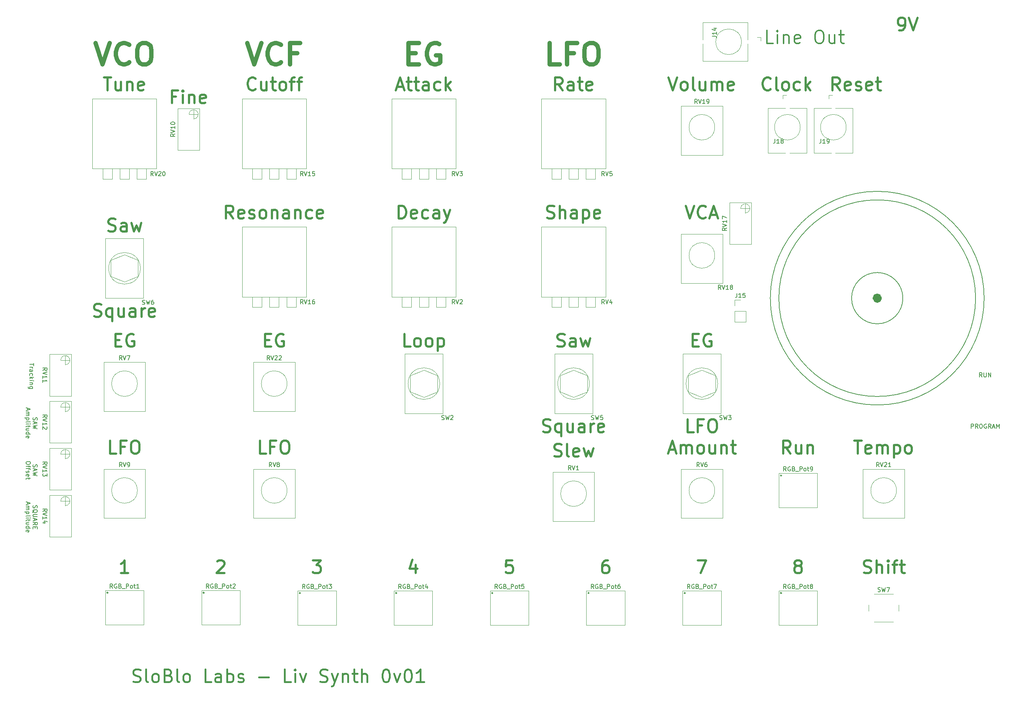
<source format=gbr>
%TF.GenerationSoftware,KiCad,Pcbnew,(6.0.7-1)-1*%
%TF.CreationDate,2022-09-24T18:06:32+02:00*%
%TF.ProjectId,LivSynth_Hardware,4c697653-796e-4746-985f-486172647761,0v01*%
%TF.SameCoordinates,Original*%
%TF.FileFunction,Legend,Top*%
%TF.FilePolarity,Positive*%
%FSLAX46Y46*%
G04 Gerber Fmt 4.6, Leading zero omitted, Abs format (unit mm)*
G04 Created by KiCad (PCBNEW (6.0.7-1)-1) date 2022-09-24 18:06:32*
%MOMM*%
%LPD*%
G01*
G04 APERTURE LIST*
%ADD10C,0.150000*%
%ADD11C,1.075000*%
%ADD12C,0.300000*%
%ADD13C,0.500000*%
%ADD14C,1.000000*%
%ADD15C,0.400000*%
%ADD16C,0.120000*%
%ADD17C,0.260000*%
%ADD18C,0.100000*%
G04 APERTURE END LIST*
D10*
X306000000Y-135000000D02*
G75*
G03*
X306000000Y-135000000I-25000000J0D01*
G01*
X304000000Y-135000000D02*
G75*
G03*
X304000000Y-135000000I-23000000J0D01*
G01*
D11*
X281537500Y-135000000D02*
G75*
G03*
X281537500Y-135000000I-537500J0D01*
G01*
D10*
X287000000Y-135000000D02*
G75*
G03*
X287000000Y-135000000I-6000000J0D01*
G01*
D12*
X256642857Y-75357142D02*
X255214285Y-75357142D01*
X255214285Y-72357142D01*
X257642857Y-75357142D02*
X257642857Y-73357142D01*
X257642857Y-72357142D02*
X257500000Y-72500000D01*
X257642857Y-72642857D01*
X257785714Y-72500000D01*
X257642857Y-72357142D01*
X257642857Y-72642857D01*
X259071428Y-73357142D02*
X259071428Y-75357142D01*
X259071428Y-73642857D02*
X259214285Y-73500000D01*
X259500000Y-73357142D01*
X259928571Y-73357142D01*
X260214285Y-73500000D01*
X260357142Y-73785714D01*
X260357142Y-75357142D01*
X262928571Y-75214285D02*
X262642857Y-75357142D01*
X262071428Y-75357142D01*
X261785714Y-75214285D01*
X261642857Y-74928571D01*
X261642857Y-73785714D01*
X261785714Y-73500000D01*
X262071428Y-73357142D01*
X262642857Y-73357142D01*
X262928571Y-73500000D01*
X263071428Y-73785714D01*
X263071428Y-74071428D01*
X261642857Y-74357142D01*
X267214285Y-72357142D02*
X267785714Y-72357142D01*
X268071428Y-72500000D01*
X268357142Y-72785714D01*
X268500000Y-73357142D01*
X268500000Y-74357142D01*
X268357142Y-74928571D01*
X268071428Y-75214285D01*
X267785714Y-75357142D01*
X267214285Y-75357142D01*
X266928571Y-75214285D01*
X266642857Y-74928571D01*
X266500000Y-74357142D01*
X266500000Y-73357142D01*
X266642857Y-72785714D01*
X266928571Y-72500000D01*
X267214285Y-72357142D01*
X271071428Y-73357142D02*
X271071428Y-75357142D01*
X269785714Y-73357142D02*
X269785714Y-74928571D01*
X269928571Y-75214285D01*
X270214285Y-75357142D01*
X270642857Y-75357142D01*
X270928571Y-75214285D01*
X271071428Y-75071428D01*
X272071428Y-73357142D02*
X273214285Y-73357142D01*
X272500000Y-72357142D02*
X272500000Y-74928571D01*
X272642857Y-75214285D01*
X272928571Y-75357142D01*
X273214285Y-75357142D01*
D10*
X83650238Y-183535714D02*
X83602619Y-183678571D01*
X83602619Y-183916666D01*
X83650238Y-184011904D01*
X83697857Y-184059523D01*
X83793095Y-184107142D01*
X83888333Y-184107142D01*
X83983571Y-184059523D01*
X84031190Y-184011904D01*
X84078809Y-183916666D01*
X84126428Y-183726190D01*
X84174047Y-183630952D01*
X84221666Y-183583333D01*
X84316904Y-183535714D01*
X84412142Y-183535714D01*
X84507380Y-183583333D01*
X84555000Y-183630952D01*
X84602619Y-183726190D01*
X84602619Y-183964285D01*
X84555000Y-184107142D01*
X83507380Y-185202380D02*
X83555000Y-185107142D01*
X83650238Y-185011904D01*
X83793095Y-184869047D01*
X83840714Y-184773809D01*
X83840714Y-184678571D01*
X83602619Y-184726190D02*
X83650238Y-184630952D01*
X83745476Y-184535714D01*
X83935952Y-184488095D01*
X84269285Y-184488095D01*
X84459761Y-184535714D01*
X84555000Y-184630952D01*
X84602619Y-184726190D01*
X84602619Y-184916666D01*
X84555000Y-185011904D01*
X84459761Y-185107142D01*
X84269285Y-185154761D01*
X83935952Y-185154761D01*
X83745476Y-185107142D01*
X83650238Y-185011904D01*
X83602619Y-184916666D01*
X83602619Y-184726190D01*
X84602619Y-185583333D02*
X83793095Y-185583333D01*
X83697857Y-185630952D01*
X83650238Y-185678571D01*
X83602619Y-185773809D01*
X83602619Y-185964285D01*
X83650238Y-186059523D01*
X83697857Y-186107142D01*
X83793095Y-186154761D01*
X84602619Y-186154761D01*
X83888333Y-186583333D02*
X83888333Y-187059523D01*
X83602619Y-186488095D02*
X84602619Y-186821428D01*
X83602619Y-187154761D01*
X83602619Y-188059523D02*
X84078809Y-187726190D01*
X83602619Y-187488095D02*
X84602619Y-187488095D01*
X84602619Y-187869047D01*
X84555000Y-187964285D01*
X84507380Y-188011904D01*
X84412142Y-188059523D01*
X84269285Y-188059523D01*
X84174047Y-188011904D01*
X84126428Y-187964285D01*
X84078809Y-187869047D01*
X84078809Y-187488095D01*
X84126428Y-188488095D02*
X84126428Y-188821428D01*
X83602619Y-188964285D02*
X83602619Y-188488095D01*
X84602619Y-188488095D01*
X84602619Y-188964285D01*
X82278333Y-182773809D02*
X82278333Y-183250000D01*
X81992619Y-182678571D02*
X82992619Y-183011904D01*
X81992619Y-183345238D01*
X81992619Y-183678571D02*
X82659285Y-183678571D01*
X82564047Y-183678571D02*
X82611666Y-183726190D01*
X82659285Y-183821428D01*
X82659285Y-183964285D01*
X82611666Y-184059523D01*
X82516428Y-184107142D01*
X81992619Y-184107142D01*
X82516428Y-184107142D02*
X82611666Y-184154761D01*
X82659285Y-184250000D01*
X82659285Y-184392857D01*
X82611666Y-184488095D01*
X82516428Y-184535714D01*
X81992619Y-184535714D01*
X82659285Y-185011904D02*
X81659285Y-185011904D01*
X82611666Y-185011904D02*
X82659285Y-185107142D01*
X82659285Y-185297619D01*
X82611666Y-185392857D01*
X82564047Y-185440476D01*
X82468809Y-185488095D01*
X82183095Y-185488095D01*
X82087857Y-185440476D01*
X82040238Y-185392857D01*
X81992619Y-185297619D01*
X81992619Y-185107142D01*
X82040238Y-185011904D01*
X81992619Y-186059523D02*
X82040238Y-185964285D01*
X82135476Y-185916666D01*
X82992619Y-185916666D01*
X81992619Y-186440476D02*
X82659285Y-186440476D01*
X82992619Y-186440476D02*
X82945000Y-186392857D01*
X82897380Y-186440476D01*
X82945000Y-186488095D01*
X82992619Y-186440476D01*
X82897380Y-186440476D01*
X82659285Y-186773809D02*
X82659285Y-187154761D01*
X82992619Y-186916666D02*
X82135476Y-186916666D01*
X82040238Y-186964285D01*
X81992619Y-187059523D01*
X81992619Y-187154761D01*
X82659285Y-187916666D02*
X81992619Y-187916666D01*
X82659285Y-187488095D02*
X82135476Y-187488095D01*
X82040238Y-187535714D01*
X81992619Y-187630952D01*
X81992619Y-187773809D01*
X82040238Y-187869047D01*
X82087857Y-187916666D01*
X81992619Y-188821428D02*
X82992619Y-188821428D01*
X82040238Y-188821428D02*
X81992619Y-188726190D01*
X81992619Y-188535714D01*
X82040238Y-188440476D01*
X82087857Y-188392857D01*
X82183095Y-188345238D01*
X82468809Y-188345238D01*
X82564047Y-188392857D01*
X82611666Y-188440476D01*
X82659285Y-188535714D01*
X82659285Y-188726190D01*
X82611666Y-188821428D01*
X82040238Y-189678571D02*
X81992619Y-189583333D01*
X81992619Y-189392857D01*
X82040238Y-189297619D01*
X82135476Y-189250000D01*
X82516428Y-189250000D01*
X82611666Y-189297619D01*
X82659285Y-189392857D01*
X82659285Y-189583333D01*
X82611666Y-189678571D01*
X82516428Y-189726190D01*
X82421190Y-189726190D01*
X82325952Y-189250000D01*
D13*
X207428571Y-86357142D02*
X206428571Y-84928571D01*
X205714285Y-86357142D02*
X205714285Y-83357142D01*
X206857142Y-83357142D01*
X207142857Y-83500000D01*
X207285714Y-83642857D01*
X207428571Y-83928571D01*
X207428571Y-84357142D01*
X207285714Y-84642857D01*
X207142857Y-84785714D01*
X206857142Y-84928571D01*
X205714285Y-84928571D01*
X210000000Y-86357142D02*
X210000000Y-84785714D01*
X209857142Y-84500000D01*
X209571428Y-84357142D01*
X209000000Y-84357142D01*
X208714285Y-84500000D01*
X210000000Y-86214285D02*
X209714285Y-86357142D01*
X209000000Y-86357142D01*
X208714285Y-86214285D01*
X208571428Y-85928571D01*
X208571428Y-85642857D01*
X208714285Y-85357142D01*
X209000000Y-85214285D01*
X209714285Y-85214285D01*
X210000000Y-85071428D01*
X211000000Y-84357142D02*
X212142857Y-84357142D01*
X211428571Y-83357142D02*
X211428571Y-85928571D01*
X211571428Y-86214285D01*
X211857142Y-86357142D01*
X212142857Y-86357142D01*
X214285714Y-86214285D02*
X214000000Y-86357142D01*
X213428571Y-86357142D01*
X213142857Y-86214285D01*
X213000000Y-85928571D01*
X213000000Y-84785714D01*
X213142857Y-84500000D01*
X213428571Y-84357142D01*
X214000000Y-84357142D01*
X214285714Y-84500000D01*
X214428571Y-84785714D01*
X214428571Y-85071428D01*
X213000000Y-85357142D01*
X206214285Y-146214285D02*
X206642857Y-146357142D01*
X207357142Y-146357142D01*
X207642857Y-146214285D01*
X207785714Y-146071428D01*
X207928571Y-145785714D01*
X207928571Y-145500000D01*
X207785714Y-145214285D01*
X207642857Y-145071428D01*
X207357142Y-144928571D01*
X206785714Y-144785714D01*
X206500000Y-144642857D01*
X206357142Y-144500000D01*
X206214285Y-144214285D01*
X206214285Y-143928571D01*
X206357142Y-143642857D01*
X206500000Y-143500000D01*
X206785714Y-143357142D01*
X207500000Y-143357142D01*
X207928571Y-143500000D01*
X210500000Y-146357142D02*
X210500000Y-144785714D01*
X210357142Y-144500000D01*
X210071428Y-144357142D01*
X209500000Y-144357142D01*
X209214285Y-144500000D01*
X210500000Y-146214285D02*
X210214285Y-146357142D01*
X209500000Y-146357142D01*
X209214285Y-146214285D01*
X209071428Y-145928571D01*
X209071428Y-145642857D01*
X209214285Y-145357142D01*
X209500000Y-145214285D01*
X210214285Y-145214285D01*
X210500000Y-145071428D01*
X211642857Y-144357142D02*
X212214285Y-146357142D01*
X212785714Y-144928571D01*
X213357142Y-146357142D01*
X213928571Y-144357142D01*
X195714285Y-196357142D02*
X194285714Y-196357142D01*
X194142857Y-197785714D01*
X194285714Y-197642857D01*
X194571428Y-197500000D01*
X195285714Y-197500000D01*
X195571428Y-197642857D01*
X195714285Y-197785714D01*
X195857142Y-198071428D01*
X195857142Y-198785714D01*
X195714285Y-199071428D01*
X195571428Y-199214285D01*
X195285714Y-199357142D01*
X194571428Y-199357142D01*
X194285714Y-199214285D01*
X194142857Y-199071428D01*
X102857142Y-144785714D02*
X103857142Y-144785714D01*
X104285714Y-146357142D02*
X102857142Y-146357142D01*
X102857142Y-143357142D01*
X104285714Y-143357142D01*
X107142857Y-143500000D02*
X106857142Y-143357142D01*
X106428571Y-143357142D01*
X106000000Y-143500000D01*
X105714285Y-143785714D01*
X105571428Y-144071428D01*
X105428571Y-144642857D01*
X105428571Y-145071428D01*
X105571428Y-145642857D01*
X105714285Y-145928571D01*
X106000000Y-146214285D01*
X106428571Y-146357142D01*
X106714285Y-146357142D01*
X107142857Y-146214285D01*
X107285714Y-146071428D01*
X107285714Y-145071428D01*
X106714285Y-145071428D01*
D14*
X133690476Y-75276904D02*
X135357142Y-80276904D01*
X137023809Y-75276904D01*
X141547619Y-79800714D02*
X141309523Y-80038809D01*
X140595238Y-80276904D01*
X140119047Y-80276904D01*
X139404761Y-80038809D01*
X138928571Y-79562619D01*
X138690476Y-79086428D01*
X138452380Y-78134047D01*
X138452380Y-77419761D01*
X138690476Y-76467380D01*
X138928571Y-75991190D01*
X139404761Y-75515000D01*
X140119047Y-75276904D01*
X140595238Y-75276904D01*
X141309523Y-75515000D01*
X141547619Y-75753095D01*
X145357142Y-77657857D02*
X143690476Y-77657857D01*
X143690476Y-80276904D02*
X143690476Y-75276904D01*
X146071428Y-75276904D01*
D13*
X236214285Y-113357142D02*
X237214285Y-116357142D01*
X238214285Y-113357142D01*
X240928571Y-116071428D02*
X240785714Y-116214285D01*
X240357142Y-116357142D01*
X240071428Y-116357142D01*
X239642857Y-116214285D01*
X239357142Y-115928571D01*
X239214285Y-115642857D01*
X239071428Y-115071428D01*
X239071428Y-114642857D01*
X239214285Y-114071428D01*
X239357142Y-113785714D01*
X239642857Y-113500000D01*
X240071428Y-113357142D01*
X240357142Y-113357142D01*
X240785714Y-113500000D01*
X240928571Y-113642857D01*
X242071428Y-115500000D02*
X243500000Y-115500000D01*
X241785714Y-116357142D02*
X242785714Y-113357142D01*
X243785714Y-116357142D01*
X262214285Y-197642857D02*
X261928571Y-197500000D01*
X261785714Y-197357142D01*
X261642857Y-197071428D01*
X261642857Y-196928571D01*
X261785714Y-196642857D01*
X261928571Y-196500000D01*
X262214285Y-196357142D01*
X262785714Y-196357142D01*
X263071428Y-196500000D01*
X263214285Y-196642857D01*
X263357142Y-196928571D01*
X263357142Y-197071428D01*
X263214285Y-197357142D01*
X263071428Y-197500000D01*
X262785714Y-197642857D01*
X262214285Y-197642857D01*
X261928571Y-197785714D01*
X261785714Y-197928571D01*
X261642857Y-198214285D01*
X261642857Y-198785714D01*
X261785714Y-199071428D01*
X261928571Y-199214285D01*
X262214285Y-199357142D01*
X262785714Y-199357142D01*
X263071428Y-199214285D01*
X263214285Y-199071428D01*
X263357142Y-198785714D01*
X263357142Y-198214285D01*
X263214285Y-197928571D01*
X263071428Y-197785714D01*
X262785714Y-197642857D01*
X277857142Y-199214285D02*
X278285714Y-199357142D01*
X279000000Y-199357142D01*
X279285714Y-199214285D01*
X279428571Y-199071428D01*
X279571428Y-198785714D01*
X279571428Y-198500000D01*
X279428571Y-198214285D01*
X279285714Y-198071428D01*
X279000000Y-197928571D01*
X278428571Y-197785714D01*
X278142857Y-197642857D01*
X278000000Y-197500000D01*
X277857142Y-197214285D01*
X277857142Y-196928571D01*
X278000000Y-196642857D01*
X278142857Y-196500000D01*
X278428571Y-196357142D01*
X279142857Y-196357142D01*
X279571428Y-196500000D01*
X280857142Y-199357142D02*
X280857142Y-196357142D01*
X282142857Y-199357142D02*
X282142857Y-197785714D01*
X282000000Y-197500000D01*
X281714285Y-197357142D01*
X281285714Y-197357142D01*
X281000000Y-197500000D01*
X280857142Y-197642857D01*
X283571428Y-199357142D02*
X283571428Y-197357142D01*
X283571428Y-196357142D02*
X283428571Y-196500000D01*
X283571428Y-196642857D01*
X283714285Y-196500000D01*
X283571428Y-196357142D01*
X283571428Y-196642857D01*
X284571428Y-197357142D02*
X285714285Y-197357142D01*
X285000000Y-199357142D02*
X285000000Y-196785714D01*
X285142857Y-196500000D01*
X285428571Y-196357142D01*
X285714285Y-196357142D01*
X286285714Y-197357142D02*
X287428571Y-197357142D01*
X286714285Y-196357142D02*
X286714285Y-198928571D01*
X286857142Y-199214285D01*
X287142857Y-199357142D01*
X287428571Y-199357142D01*
X203785714Y-116214285D02*
X204214285Y-116357142D01*
X204928571Y-116357142D01*
X205214285Y-116214285D01*
X205357142Y-116071428D01*
X205500000Y-115785714D01*
X205500000Y-115500000D01*
X205357142Y-115214285D01*
X205214285Y-115071428D01*
X204928571Y-114928571D01*
X204357142Y-114785714D01*
X204071428Y-114642857D01*
X203928571Y-114500000D01*
X203785714Y-114214285D01*
X203785714Y-113928571D01*
X203928571Y-113642857D01*
X204071428Y-113500000D01*
X204357142Y-113357142D01*
X205071428Y-113357142D01*
X205500000Y-113500000D01*
X206785714Y-116357142D02*
X206785714Y-113357142D01*
X208071428Y-116357142D02*
X208071428Y-114785714D01*
X207928571Y-114500000D01*
X207642857Y-114357142D01*
X207214285Y-114357142D01*
X206928571Y-114500000D01*
X206785714Y-114642857D01*
X210785714Y-116357142D02*
X210785714Y-114785714D01*
X210642857Y-114500000D01*
X210357142Y-114357142D01*
X209785714Y-114357142D01*
X209500000Y-114500000D01*
X210785714Y-116214285D02*
X210500000Y-116357142D01*
X209785714Y-116357142D01*
X209500000Y-116214285D01*
X209357142Y-115928571D01*
X209357142Y-115642857D01*
X209500000Y-115357142D01*
X209785714Y-115214285D01*
X210500000Y-115214285D01*
X210785714Y-115071428D01*
X212214285Y-114357142D02*
X212214285Y-117357142D01*
X212214285Y-114500000D02*
X212500000Y-114357142D01*
X213071428Y-114357142D01*
X213357142Y-114500000D01*
X213500000Y-114642857D01*
X213642857Y-114928571D01*
X213642857Y-115785714D01*
X213500000Y-116071428D01*
X213357142Y-116214285D01*
X213071428Y-116357142D01*
X212500000Y-116357142D01*
X212214285Y-116214285D01*
X216071428Y-116214285D02*
X215785714Y-116357142D01*
X215214285Y-116357142D01*
X214928571Y-116214285D01*
X214785714Y-115928571D01*
X214785714Y-114785714D01*
X214928571Y-114500000D01*
X215214285Y-114357142D01*
X215785714Y-114357142D01*
X216071428Y-114500000D01*
X216214285Y-114785714D01*
X216214285Y-115071428D01*
X214785714Y-115357142D01*
D14*
X206785714Y-80276904D02*
X204404761Y-80276904D01*
X204404761Y-75276904D01*
X210119047Y-77657857D02*
X208452380Y-77657857D01*
X208452380Y-80276904D02*
X208452380Y-75276904D01*
X210833333Y-75276904D01*
X213690476Y-75276904D02*
X214642857Y-75276904D01*
X215119047Y-75515000D01*
X215595238Y-75991190D01*
X215833333Y-76943571D01*
X215833333Y-78610238D01*
X215595238Y-79562619D01*
X215119047Y-80038809D01*
X214642857Y-80276904D01*
X213690476Y-80276904D01*
X213214285Y-80038809D01*
X212738095Y-79562619D01*
X212500000Y-78610238D01*
X212500000Y-76943571D01*
X212738095Y-75991190D01*
X213214285Y-75515000D01*
X213690476Y-75276904D01*
D13*
X275642857Y-168357142D02*
X277357142Y-168357142D01*
X276500000Y-171357142D02*
X276500000Y-168357142D01*
X279500000Y-171214285D02*
X279214285Y-171357142D01*
X278642857Y-171357142D01*
X278357142Y-171214285D01*
X278214285Y-170928571D01*
X278214285Y-169785714D01*
X278357142Y-169500000D01*
X278642857Y-169357142D01*
X279214285Y-169357142D01*
X279500000Y-169500000D01*
X279642857Y-169785714D01*
X279642857Y-170071428D01*
X278214285Y-170357142D01*
X280928571Y-171357142D02*
X280928571Y-169357142D01*
X280928571Y-169642857D02*
X281071428Y-169500000D01*
X281357142Y-169357142D01*
X281785714Y-169357142D01*
X282071428Y-169500000D01*
X282214285Y-169785714D01*
X282214285Y-171357142D01*
X282214285Y-169785714D02*
X282357142Y-169500000D01*
X282642857Y-169357142D01*
X283071428Y-169357142D01*
X283357142Y-169500000D01*
X283500000Y-169785714D01*
X283500000Y-171357142D01*
X284928571Y-169357142D02*
X284928571Y-172357142D01*
X284928571Y-169500000D02*
X285214285Y-169357142D01*
X285785714Y-169357142D01*
X286071428Y-169500000D01*
X286214285Y-169642857D01*
X286357142Y-169928571D01*
X286357142Y-170785714D01*
X286214285Y-171071428D01*
X286071428Y-171214285D01*
X285785714Y-171357142D01*
X285214285Y-171357142D01*
X284928571Y-171214285D01*
X288071428Y-171357142D02*
X287785714Y-171214285D01*
X287642857Y-171071428D01*
X287500000Y-170785714D01*
X287500000Y-169928571D01*
X287642857Y-169642857D01*
X287785714Y-169500000D01*
X288071428Y-169357142D01*
X288500000Y-169357142D01*
X288785714Y-169500000D01*
X288928571Y-169642857D01*
X289071428Y-169928571D01*
X289071428Y-170785714D01*
X288928571Y-171071428D01*
X288785714Y-171214285D01*
X288500000Y-171357142D01*
X288071428Y-171357142D01*
X237857142Y-144785714D02*
X238857142Y-144785714D01*
X239285714Y-146357142D02*
X237857142Y-146357142D01*
X237857142Y-143357142D01*
X239285714Y-143357142D01*
X242142857Y-143500000D02*
X241857142Y-143357142D01*
X241428571Y-143357142D01*
X241000000Y-143500000D01*
X240714285Y-143785714D01*
X240571428Y-144071428D01*
X240428571Y-144642857D01*
X240428571Y-145071428D01*
X240571428Y-145642857D01*
X240714285Y-145928571D01*
X241000000Y-146214285D01*
X241428571Y-146357142D01*
X241714285Y-146357142D01*
X242142857Y-146214285D01*
X242285714Y-146071428D01*
X242285714Y-145071428D01*
X241714285Y-145071428D01*
X260714285Y-171357142D02*
X259714285Y-169928571D01*
X259000000Y-171357142D02*
X259000000Y-168357142D01*
X260142857Y-168357142D01*
X260428571Y-168500000D01*
X260571428Y-168642857D01*
X260714285Y-168928571D01*
X260714285Y-169357142D01*
X260571428Y-169642857D01*
X260428571Y-169785714D01*
X260142857Y-169928571D01*
X259000000Y-169928571D01*
X263285714Y-169357142D02*
X263285714Y-171357142D01*
X262000000Y-169357142D02*
X262000000Y-170928571D01*
X262142857Y-171214285D01*
X262428571Y-171357142D01*
X262857142Y-171357142D01*
X263142857Y-171214285D01*
X263285714Y-171071428D01*
X264714285Y-169357142D02*
X264714285Y-171357142D01*
X264714285Y-169642857D02*
X264857142Y-169500000D01*
X265142857Y-169357142D01*
X265571428Y-169357142D01*
X265857142Y-169500000D01*
X266000000Y-169785714D01*
X266000000Y-171357142D01*
X171857142Y-146357142D02*
X170428571Y-146357142D01*
X170428571Y-143357142D01*
X173285714Y-146357142D02*
X173000000Y-146214285D01*
X172857142Y-146071428D01*
X172714285Y-145785714D01*
X172714285Y-144928571D01*
X172857142Y-144642857D01*
X173000000Y-144500000D01*
X173285714Y-144357142D01*
X173714285Y-144357142D01*
X174000000Y-144500000D01*
X174142857Y-144642857D01*
X174285714Y-144928571D01*
X174285714Y-145785714D01*
X174142857Y-146071428D01*
X174000000Y-146214285D01*
X173714285Y-146357142D01*
X173285714Y-146357142D01*
X176000000Y-146357142D02*
X175714285Y-146214285D01*
X175571428Y-146071428D01*
X175428571Y-145785714D01*
X175428571Y-144928571D01*
X175571428Y-144642857D01*
X175714285Y-144500000D01*
X176000000Y-144357142D01*
X176428571Y-144357142D01*
X176714285Y-144500000D01*
X176857142Y-144642857D01*
X177000000Y-144928571D01*
X177000000Y-145785714D01*
X176857142Y-146071428D01*
X176714285Y-146214285D01*
X176428571Y-146357142D01*
X176000000Y-146357142D01*
X178285714Y-144357142D02*
X178285714Y-147357142D01*
X178285714Y-144500000D02*
X178571428Y-144357142D01*
X179142857Y-144357142D01*
X179428571Y-144500000D01*
X179571428Y-144642857D01*
X179714285Y-144928571D01*
X179714285Y-145785714D01*
X179571428Y-146071428D01*
X179428571Y-146214285D01*
X179142857Y-146357142D01*
X178571428Y-146357142D01*
X178285714Y-146214285D01*
X149000000Y-196357142D02*
X150857142Y-196357142D01*
X149857142Y-197500000D01*
X150285714Y-197500000D01*
X150571428Y-197642857D01*
X150714285Y-197785714D01*
X150857142Y-198071428D01*
X150857142Y-198785714D01*
X150714285Y-199071428D01*
X150571428Y-199214285D01*
X150285714Y-199357142D01*
X149428571Y-199357142D01*
X149142857Y-199214285D01*
X149000000Y-199071428D01*
X286142857Y-72372142D02*
X286714285Y-72372142D01*
X287000000Y-72229285D01*
X287142857Y-72086428D01*
X287428571Y-71657857D01*
X287571428Y-71086428D01*
X287571428Y-69943571D01*
X287428571Y-69657857D01*
X287285714Y-69515000D01*
X287000000Y-69372142D01*
X286428571Y-69372142D01*
X286142857Y-69515000D01*
X286000000Y-69657857D01*
X285857142Y-69943571D01*
X285857142Y-70657857D01*
X286000000Y-70943571D01*
X286142857Y-71086428D01*
X286428571Y-71229285D01*
X287000000Y-71229285D01*
X287285714Y-71086428D01*
X287428571Y-70943571D01*
X287571428Y-70657857D01*
X288428571Y-69372142D02*
X289428571Y-72372142D01*
X290428571Y-69372142D01*
X173071428Y-197357142D02*
X173071428Y-199357142D01*
X172357142Y-196214285D02*
X171642857Y-198357142D01*
X173500000Y-198357142D01*
D15*
X106999999Y-224714285D02*
X107428571Y-224857142D01*
X108142857Y-224857142D01*
X108428571Y-224714285D01*
X108571428Y-224571428D01*
X108714285Y-224285714D01*
X108714285Y-224000000D01*
X108571428Y-223714285D01*
X108428571Y-223571428D01*
X108142857Y-223428571D01*
X107571428Y-223285714D01*
X107285714Y-223142857D01*
X107142857Y-223000000D01*
X106999999Y-222714285D01*
X106999999Y-222428571D01*
X107142857Y-222142857D01*
X107285714Y-222000000D01*
X107571428Y-221857142D01*
X108285714Y-221857142D01*
X108714285Y-222000000D01*
X110428571Y-224857142D02*
X110142857Y-224714285D01*
X109999999Y-224428571D01*
X109999999Y-221857142D01*
X111999999Y-224857142D02*
X111714285Y-224714285D01*
X111571428Y-224571428D01*
X111428571Y-224285714D01*
X111428571Y-223428571D01*
X111571428Y-223142857D01*
X111714285Y-223000000D01*
X111999999Y-222857142D01*
X112428571Y-222857142D01*
X112714285Y-223000000D01*
X112857142Y-223142857D01*
X112999999Y-223428571D01*
X112999999Y-224285714D01*
X112857142Y-224571428D01*
X112714285Y-224714285D01*
X112428571Y-224857142D01*
X111999999Y-224857142D01*
X115285714Y-223285714D02*
X115714285Y-223428571D01*
X115857142Y-223571428D01*
X115999999Y-223857142D01*
X115999999Y-224285714D01*
X115857142Y-224571428D01*
X115714285Y-224714285D01*
X115428571Y-224857142D01*
X114285714Y-224857142D01*
X114285714Y-221857142D01*
X115285714Y-221857142D01*
X115571428Y-222000000D01*
X115714285Y-222142857D01*
X115857142Y-222428571D01*
X115857142Y-222714285D01*
X115714285Y-223000000D01*
X115571428Y-223142857D01*
X115285714Y-223285714D01*
X114285714Y-223285714D01*
X117714285Y-224857142D02*
X117428571Y-224714285D01*
X117285714Y-224428571D01*
X117285714Y-221857142D01*
X119285714Y-224857142D02*
X118999999Y-224714285D01*
X118857142Y-224571428D01*
X118714285Y-224285714D01*
X118714285Y-223428571D01*
X118857142Y-223142857D01*
X118999999Y-223000000D01*
X119285714Y-222857142D01*
X119714285Y-222857142D01*
X119999999Y-223000000D01*
X120142857Y-223142857D01*
X120285714Y-223428571D01*
X120285714Y-224285714D01*
X120142857Y-224571428D01*
X119999999Y-224714285D01*
X119714285Y-224857142D01*
X119285714Y-224857142D01*
X125285714Y-224857142D02*
X123857142Y-224857142D01*
X123857142Y-221857142D01*
X127571428Y-224857142D02*
X127571428Y-223285714D01*
X127428571Y-223000000D01*
X127142857Y-222857142D01*
X126571428Y-222857142D01*
X126285714Y-223000000D01*
X127571428Y-224714285D02*
X127285714Y-224857142D01*
X126571428Y-224857142D01*
X126285714Y-224714285D01*
X126142857Y-224428571D01*
X126142857Y-224142857D01*
X126285714Y-223857142D01*
X126571428Y-223714285D01*
X127285714Y-223714285D01*
X127571428Y-223571428D01*
X128999999Y-224857142D02*
X128999999Y-221857142D01*
X128999999Y-223000000D02*
X129285714Y-222857142D01*
X129857142Y-222857142D01*
X130142857Y-223000000D01*
X130285714Y-223142857D01*
X130428571Y-223428571D01*
X130428571Y-224285714D01*
X130285714Y-224571428D01*
X130142857Y-224714285D01*
X129857142Y-224857142D01*
X129285714Y-224857142D01*
X128999999Y-224714285D01*
X131571428Y-224714285D02*
X131857142Y-224857142D01*
X132428571Y-224857142D01*
X132714285Y-224714285D01*
X132857142Y-224428571D01*
X132857142Y-224285714D01*
X132714285Y-224000000D01*
X132428571Y-223857142D01*
X131999999Y-223857142D01*
X131714285Y-223714285D01*
X131571428Y-223428571D01*
X131571428Y-223285714D01*
X131714285Y-223000000D01*
X131999999Y-222857142D01*
X132428571Y-222857142D01*
X132714285Y-223000000D01*
X136428571Y-223714285D02*
X138714285Y-223714285D01*
X143857142Y-224857142D02*
X142428571Y-224857142D01*
X142428571Y-221857142D01*
X144857142Y-224857142D02*
X144857142Y-222857142D01*
X144857142Y-221857142D02*
X144714285Y-222000000D01*
X144857142Y-222142857D01*
X145000000Y-222000000D01*
X144857142Y-221857142D01*
X144857142Y-222142857D01*
X145999999Y-222857142D02*
X146714285Y-224857142D01*
X147428571Y-222857142D01*
X150714285Y-224714285D02*
X151142857Y-224857142D01*
X151857142Y-224857142D01*
X152142857Y-224714285D01*
X152285714Y-224571428D01*
X152428571Y-224285714D01*
X152428571Y-224000000D01*
X152285714Y-223714285D01*
X152142857Y-223571428D01*
X151857142Y-223428571D01*
X151285714Y-223285714D01*
X150999999Y-223142857D01*
X150857142Y-223000000D01*
X150714285Y-222714285D01*
X150714285Y-222428571D01*
X150857142Y-222142857D01*
X150999999Y-222000000D01*
X151285714Y-221857142D01*
X151999999Y-221857142D01*
X152428571Y-222000000D01*
X153428571Y-222857142D02*
X154142857Y-224857142D01*
X154857142Y-222857142D02*
X154142857Y-224857142D01*
X153857142Y-225571428D01*
X153714285Y-225714285D01*
X153428571Y-225857142D01*
X155999999Y-222857142D02*
X155999999Y-224857142D01*
X155999999Y-223142857D02*
X156142857Y-223000000D01*
X156428571Y-222857142D01*
X156857142Y-222857142D01*
X157142857Y-223000000D01*
X157285714Y-223285714D01*
X157285714Y-224857142D01*
X158285714Y-222857142D02*
X159428571Y-222857142D01*
X158714285Y-221857142D02*
X158714285Y-224428571D01*
X158857142Y-224714285D01*
X159142857Y-224857142D01*
X159428571Y-224857142D01*
X160428571Y-224857142D02*
X160428571Y-221857142D01*
X161714285Y-224857142D02*
X161714285Y-223285714D01*
X161571428Y-223000000D01*
X161285714Y-222857142D01*
X160857142Y-222857142D01*
X160571428Y-223000000D01*
X160428571Y-223142857D01*
X165999999Y-221857142D02*
X166285714Y-221857142D01*
X166571428Y-222000000D01*
X166714285Y-222142857D01*
X166857142Y-222428571D01*
X166999999Y-223000000D01*
X166999999Y-223714285D01*
X166857142Y-224285714D01*
X166714285Y-224571428D01*
X166571428Y-224714285D01*
X166285714Y-224857142D01*
X165999999Y-224857142D01*
X165714285Y-224714285D01*
X165571428Y-224571428D01*
X165428571Y-224285714D01*
X165285714Y-223714285D01*
X165285714Y-223000000D01*
X165428571Y-222428571D01*
X165571428Y-222142857D01*
X165714285Y-222000000D01*
X165999999Y-221857142D01*
X167999999Y-222857142D02*
X168714285Y-224857142D01*
X169428571Y-222857142D01*
X171142857Y-221857142D02*
X171428571Y-221857142D01*
X171714285Y-222000000D01*
X171857142Y-222142857D01*
X171999999Y-222428571D01*
X172142857Y-223000000D01*
X172142857Y-223714285D01*
X171999999Y-224285714D01*
X171857142Y-224571428D01*
X171714285Y-224714285D01*
X171428571Y-224857142D01*
X171142857Y-224857142D01*
X170857142Y-224714285D01*
X170714285Y-224571428D01*
X170571428Y-224285714D01*
X170428571Y-223714285D01*
X170428571Y-223000000D01*
X170571428Y-222428571D01*
X170714285Y-222142857D01*
X170857142Y-222000000D01*
X171142857Y-221857142D01*
X175000000Y-224857142D02*
X173285714Y-224857142D01*
X174142857Y-224857142D02*
X174142857Y-221857142D01*
X173857142Y-222285714D01*
X173571428Y-222571428D01*
X173285714Y-222714285D01*
D10*
X83650238Y-173964285D02*
X83602619Y-174107142D01*
X83602619Y-174345238D01*
X83650238Y-174440476D01*
X83697857Y-174488095D01*
X83793095Y-174535714D01*
X83888333Y-174535714D01*
X83983571Y-174488095D01*
X84031190Y-174440476D01*
X84078809Y-174345238D01*
X84126428Y-174154761D01*
X84174047Y-174059523D01*
X84221666Y-174011904D01*
X84316904Y-173964285D01*
X84412142Y-173964285D01*
X84507380Y-174011904D01*
X84555000Y-174059523D01*
X84602619Y-174154761D01*
X84602619Y-174392857D01*
X84555000Y-174535714D01*
X83888333Y-174916666D02*
X83888333Y-175392857D01*
X83602619Y-174821428D02*
X84602619Y-175154761D01*
X83602619Y-175488095D01*
X84602619Y-175726190D02*
X83602619Y-175964285D01*
X84316904Y-176154761D01*
X83602619Y-176345238D01*
X84602619Y-176583333D01*
X82992619Y-173464285D02*
X82992619Y-173654761D01*
X82945000Y-173750000D01*
X82849761Y-173845238D01*
X82659285Y-173892857D01*
X82325952Y-173892857D01*
X82135476Y-173845238D01*
X82040238Y-173750000D01*
X81992619Y-173654761D01*
X81992619Y-173464285D01*
X82040238Y-173369047D01*
X82135476Y-173273809D01*
X82325952Y-173226190D01*
X82659285Y-173226190D01*
X82849761Y-173273809D01*
X82945000Y-173369047D01*
X82992619Y-173464285D01*
X82659285Y-174178571D02*
X82659285Y-174559523D01*
X81992619Y-174321428D02*
X82849761Y-174321428D01*
X82945000Y-174369047D01*
X82992619Y-174464285D01*
X82992619Y-174559523D01*
X82659285Y-174750000D02*
X82659285Y-175130952D01*
X81992619Y-174892857D02*
X82849761Y-174892857D01*
X82945000Y-174940476D01*
X82992619Y-175035714D01*
X82992619Y-175130952D01*
X82040238Y-175416666D02*
X81992619Y-175511904D01*
X81992619Y-175702380D01*
X82040238Y-175797619D01*
X82135476Y-175845238D01*
X82183095Y-175845238D01*
X82278333Y-175797619D01*
X82325952Y-175702380D01*
X82325952Y-175559523D01*
X82373571Y-175464285D01*
X82468809Y-175416666D01*
X82516428Y-175416666D01*
X82611666Y-175464285D01*
X82659285Y-175559523D01*
X82659285Y-175702380D01*
X82611666Y-175797619D01*
X82040238Y-176654761D02*
X81992619Y-176559523D01*
X81992619Y-176369047D01*
X82040238Y-176273809D01*
X82135476Y-176226190D01*
X82516428Y-176226190D01*
X82611666Y-176273809D01*
X82659285Y-176369047D01*
X82659285Y-176559523D01*
X82611666Y-176654761D01*
X82516428Y-176702380D01*
X82421190Y-176702380D01*
X82325952Y-176226190D01*
X82659285Y-176988095D02*
X82659285Y-177369047D01*
X82992619Y-177130952D02*
X82135476Y-177130952D01*
X82040238Y-177178571D01*
X81992619Y-177273809D01*
X81992619Y-177369047D01*
D13*
X138071428Y-171357142D02*
X136642857Y-171357142D01*
X136642857Y-168357142D01*
X140071428Y-169785714D02*
X139071428Y-169785714D01*
X139071428Y-171357142D02*
X139071428Y-168357142D01*
X140500000Y-168357142D01*
X142214285Y-168357142D02*
X142785714Y-168357142D01*
X143071428Y-168500000D01*
X143357142Y-168785714D01*
X143500000Y-169357142D01*
X143500000Y-170357142D01*
X143357142Y-170928571D01*
X143071428Y-171214285D01*
X142785714Y-171357142D01*
X142214285Y-171357142D01*
X141928571Y-171214285D01*
X141642857Y-170928571D01*
X141500000Y-170357142D01*
X141500000Y-169357142D01*
X141642857Y-168785714D01*
X141928571Y-168500000D01*
X142214285Y-168357142D01*
X135642857Y-86071428D02*
X135500000Y-86214285D01*
X135071428Y-86357142D01*
X134785714Y-86357142D01*
X134357142Y-86214285D01*
X134071428Y-85928571D01*
X133928571Y-85642857D01*
X133785714Y-85071428D01*
X133785714Y-84642857D01*
X133928571Y-84071428D01*
X134071428Y-83785714D01*
X134357142Y-83500000D01*
X134785714Y-83357142D01*
X135071428Y-83357142D01*
X135500000Y-83500000D01*
X135642857Y-83642857D01*
X138214285Y-84357142D02*
X138214285Y-86357142D01*
X136928571Y-84357142D02*
X136928571Y-85928571D01*
X137071428Y-86214285D01*
X137357142Y-86357142D01*
X137785714Y-86357142D01*
X138071428Y-86214285D01*
X138214285Y-86071428D01*
X139214285Y-84357142D02*
X140357142Y-84357142D01*
X139642857Y-83357142D02*
X139642857Y-85928571D01*
X139785714Y-86214285D01*
X140071428Y-86357142D01*
X140357142Y-86357142D01*
X141785714Y-86357142D02*
X141500000Y-86214285D01*
X141357142Y-86071428D01*
X141214285Y-85785714D01*
X141214285Y-84928571D01*
X141357142Y-84642857D01*
X141500000Y-84500000D01*
X141785714Y-84357142D01*
X142214285Y-84357142D01*
X142500000Y-84500000D01*
X142642857Y-84642857D01*
X142785714Y-84928571D01*
X142785714Y-85785714D01*
X142642857Y-86071428D01*
X142500000Y-86214285D01*
X142214285Y-86357142D01*
X141785714Y-86357142D01*
X143642857Y-84357142D02*
X144785714Y-84357142D01*
X144071428Y-86357142D02*
X144071428Y-83785714D01*
X144214285Y-83500000D01*
X144500000Y-83357142D01*
X144785714Y-83357142D01*
X145357142Y-84357142D02*
X146500000Y-84357142D01*
X145785714Y-86357142D02*
X145785714Y-83785714D01*
X145928571Y-83500000D01*
X146214285Y-83357142D01*
X146500000Y-83357142D01*
X101214285Y-119229285D02*
X101642857Y-119372142D01*
X102357142Y-119372142D01*
X102642857Y-119229285D01*
X102785714Y-119086428D01*
X102928571Y-118800714D01*
X102928571Y-118515000D01*
X102785714Y-118229285D01*
X102642857Y-118086428D01*
X102357142Y-117943571D01*
X101785714Y-117800714D01*
X101500000Y-117657857D01*
X101357142Y-117515000D01*
X101214285Y-117229285D01*
X101214285Y-116943571D01*
X101357142Y-116657857D01*
X101500000Y-116515000D01*
X101785714Y-116372142D01*
X102500000Y-116372142D01*
X102928571Y-116515000D01*
X105500000Y-119372142D02*
X105500000Y-117800714D01*
X105357142Y-117515000D01*
X105071428Y-117372142D01*
X104500000Y-117372142D01*
X104214285Y-117515000D01*
X105500000Y-119229285D02*
X105214285Y-119372142D01*
X104500000Y-119372142D01*
X104214285Y-119229285D01*
X104071428Y-118943571D01*
X104071428Y-118657857D01*
X104214285Y-118372142D01*
X104500000Y-118229285D01*
X105214285Y-118229285D01*
X105500000Y-118086428D01*
X106642857Y-117372142D02*
X107214285Y-119372142D01*
X107785714Y-117943571D01*
X108357142Y-119372142D01*
X108928571Y-117372142D01*
X105857142Y-199357142D02*
X104142857Y-199357142D01*
X105000000Y-199357142D02*
X105000000Y-196357142D01*
X104714285Y-196785714D01*
X104428571Y-197071428D01*
X104142857Y-197214285D01*
X205500000Y-171964285D02*
X205928571Y-172107142D01*
X206642857Y-172107142D01*
X206928571Y-171964285D01*
X207071428Y-171821428D01*
X207214285Y-171535714D01*
X207214285Y-171250000D01*
X207071428Y-170964285D01*
X206928571Y-170821428D01*
X206642857Y-170678571D01*
X206071428Y-170535714D01*
X205785714Y-170392857D01*
X205642857Y-170250000D01*
X205500000Y-169964285D01*
X205500000Y-169678571D01*
X205642857Y-169392857D01*
X205785714Y-169250000D01*
X206071428Y-169107142D01*
X206785714Y-169107142D01*
X207214285Y-169250000D01*
X208928571Y-172107142D02*
X208642857Y-171964285D01*
X208500000Y-171678571D01*
X208500000Y-169107142D01*
X211214285Y-171964285D02*
X210928571Y-172107142D01*
X210357142Y-172107142D01*
X210071428Y-171964285D01*
X209928571Y-171678571D01*
X209928571Y-170535714D01*
X210071428Y-170250000D01*
X210357142Y-170107142D01*
X210928571Y-170107142D01*
X211214285Y-170250000D01*
X211357142Y-170535714D01*
X211357142Y-170821428D01*
X209928571Y-171107142D01*
X212357142Y-170107142D02*
X212928571Y-172107142D01*
X213500000Y-170678571D01*
X214071428Y-172107142D01*
X214642857Y-170107142D01*
X117071428Y-87800714D02*
X116071428Y-87800714D01*
X116071428Y-89372142D02*
X116071428Y-86372142D01*
X117500000Y-86372142D01*
X118642857Y-89372142D02*
X118642857Y-87372142D01*
X118642857Y-86372142D02*
X118500000Y-86515000D01*
X118642857Y-86657857D01*
X118785714Y-86515000D01*
X118642857Y-86372142D01*
X118642857Y-86657857D01*
X120071428Y-87372142D02*
X120071428Y-89372142D01*
X120071428Y-87657857D02*
X120214285Y-87515000D01*
X120500000Y-87372142D01*
X120928571Y-87372142D01*
X121214285Y-87515000D01*
X121357142Y-87800714D01*
X121357142Y-89372142D01*
X123928571Y-89229285D02*
X123642857Y-89372142D01*
X123071428Y-89372142D01*
X122785714Y-89229285D01*
X122642857Y-88943571D01*
X122642857Y-87800714D01*
X122785714Y-87515000D01*
X123071428Y-87372142D01*
X123642857Y-87372142D01*
X123928571Y-87515000D01*
X124071428Y-87800714D01*
X124071428Y-88086428D01*
X122642857Y-88372142D01*
X103071428Y-171357142D02*
X101642857Y-171357142D01*
X101642857Y-168357142D01*
X105071428Y-169785714D02*
X104071428Y-169785714D01*
X104071428Y-171357142D02*
X104071428Y-168357142D01*
X105500000Y-168357142D01*
X107214285Y-168357142D02*
X107785714Y-168357142D01*
X108071428Y-168500000D01*
X108357142Y-168785714D01*
X108500000Y-169357142D01*
X108500000Y-170357142D01*
X108357142Y-170928571D01*
X108071428Y-171214285D01*
X107785714Y-171357142D01*
X107214285Y-171357142D01*
X106928571Y-171214285D01*
X106642857Y-170928571D01*
X106500000Y-170357142D01*
X106500000Y-169357142D01*
X106642857Y-168785714D01*
X106928571Y-168500000D01*
X107214285Y-168357142D01*
X218071428Y-196357142D02*
X217500000Y-196357142D01*
X217214285Y-196500000D01*
X217071428Y-196642857D01*
X216785714Y-197071428D01*
X216642857Y-197642857D01*
X216642857Y-198785714D01*
X216785714Y-199071428D01*
X216928571Y-199214285D01*
X217214285Y-199357142D01*
X217785714Y-199357142D01*
X218071428Y-199214285D01*
X218214285Y-199071428D01*
X218357142Y-198785714D01*
X218357142Y-198071428D01*
X218214285Y-197785714D01*
X218071428Y-197642857D01*
X217785714Y-197500000D01*
X217214285Y-197500000D01*
X216928571Y-197642857D01*
X216785714Y-197785714D01*
X216642857Y-198071428D01*
X168714285Y-85500000D02*
X170142857Y-85500000D01*
X168428571Y-86357142D02*
X169428571Y-83357142D01*
X170428571Y-86357142D01*
X171000000Y-84357142D02*
X172142857Y-84357142D01*
X171428571Y-83357142D02*
X171428571Y-85928571D01*
X171571428Y-86214285D01*
X171857142Y-86357142D01*
X172142857Y-86357142D01*
X172714285Y-84357142D02*
X173857142Y-84357142D01*
X173142857Y-83357142D02*
X173142857Y-85928571D01*
X173285714Y-86214285D01*
X173571428Y-86357142D01*
X173857142Y-86357142D01*
X176142857Y-86357142D02*
X176142857Y-84785714D01*
X176000000Y-84500000D01*
X175714285Y-84357142D01*
X175142857Y-84357142D01*
X174857142Y-84500000D01*
X176142857Y-86214285D02*
X175857142Y-86357142D01*
X175142857Y-86357142D01*
X174857142Y-86214285D01*
X174714285Y-85928571D01*
X174714285Y-85642857D01*
X174857142Y-85357142D01*
X175142857Y-85214285D01*
X175857142Y-85214285D01*
X176142857Y-85071428D01*
X178857142Y-86214285D02*
X178571428Y-86357142D01*
X178000000Y-86357142D01*
X177714285Y-86214285D01*
X177571428Y-86071428D01*
X177428571Y-85785714D01*
X177428571Y-84928571D01*
X177571428Y-84642857D01*
X177714285Y-84500000D01*
X178000000Y-84357142D01*
X178571428Y-84357142D01*
X178857142Y-84500000D01*
X180142857Y-86357142D02*
X180142857Y-83357142D01*
X180428571Y-85214285D02*
X181285714Y-86357142D01*
X181285714Y-84357142D02*
X180142857Y-85500000D01*
X169142857Y-116357142D02*
X169142857Y-113357142D01*
X169857142Y-113357142D01*
X170285714Y-113500000D01*
X170571428Y-113785714D01*
X170714285Y-114071428D01*
X170857142Y-114642857D01*
X170857142Y-115071428D01*
X170714285Y-115642857D01*
X170571428Y-115928571D01*
X170285714Y-116214285D01*
X169857142Y-116357142D01*
X169142857Y-116357142D01*
X173285714Y-116214285D02*
X173000000Y-116357142D01*
X172428571Y-116357142D01*
X172142857Y-116214285D01*
X172000000Y-115928571D01*
X172000000Y-114785714D01*
X172142857Y-114500000D01*
X172428571Y-114357142D01*
X173000000Y-114357142D01*
X173285714Y-114500000D01*
X173428571Y-114785714D01*
X173428571Y-115071428D01*
X172000000Y-115357142D01*
X176000000Y-116214285D02*
X175714285Y-116357142D01*
X175142857Y-116357142D01*
X174857142Y-116214285D01*
X174714285Y-116071428D01*
X174571428Y-115785714D01*
X174571428Y-114928571D01*
X174714285Y-114642857D01*
X174857142Y-114500000D01*
X175142857Y-114357142D01*
X175714285Y-114357142D01*
X176000000Y-114500000D01*
X178571428Y-116357142D02*
X178571428Y-114785714D01*
X178428571Y-114500000D01*
X178142857Y-114357142D01*
X177571428Y-114357142D01*
X177285714Y-114500000D01*
X178571428Y-116214285D02*
X178285714Y-116357142D01*
X177571428Y-116357142D01*
X177285714Y-116214285D01*
X177142857Y-115928571D01*
X177142857Y-115642857D01*
X177285714Y-115357142D01*
X177571428Y-115214285D01*
X178285714Y-115214285D01*
X178571428Y-115071428D01*
X179714285Y-114357142D02*
X180428571Y-116357142D01*
X181142857Y-114357142D02*
X180428571Y-116357142D01*
X180142857Y-117071428D01*
X180000000Y-117214285D01*
X179714285Y-117357142D01*
D10*
X83797619Y-150226190D02*
X83797619Y-150797619D01*
X82797619Y-150511904D02*
X83797619Y-150511904D01*
X82797619Y-151130952D02*
X83464285Y-151130952D01*
X83273809Y-151130952D02*
X83369047Y-151178571D01*
X83416666Y-151226190D01*
X83464285Y-151321428D01*
X83464285Y-151416666D01*
X82797619Y-152178571D02*
X83321428Y-152178571D01*
X83416666Y-152130952D01*
X83464285Y-152035714D01*
X83464285Y-151845238D01*
X83416666Y-151750000D01*
X82845238Y-152178571D02*
X82797619Y-152083333D01*
X82797619Y-151845238D01*
X82845238Y-151750000D01*
X82940476Y-151702380D01*
X83035714Y-151702380D01*
X83130952Y-151750000D01*
X83178571Y-151845238D01*
X83178571Y-152083333D01*
X83226190Y-152178571D01*
X82845238Y-153083333D02*
X82797619Y-152988095D01*
X82797619Y-152797619D01*
X82845238Y-152702380D01*
X82892857Y-152654761D01*
X82988095Y-152607142D01*
X83273809Y-152607142D01*
X83369047Y-152654761D01*
X83416666Y-152702380D01*
X83464285Y-152797619D01*
X83464285Y-152988095D01*
X83416666Y-153083333D01*
X82797619Y-153511904D02*
X83797619Y-153511904D01*
X83178571Y-153607142D02*
X82797619Y-153892857D01*
X83464285Y-153892857D02*
X83083333Y-153511904D01*
X82797619Y-154321428D02*
X83464285Y-154321428D01*
X83797619Y-154321428D02*
X83750000Y-154273809D01*
X83702380Y-154321428D01*
X83750000Y-154369047D01*
X83797619Y-154321428D01*
X83702380Y-154321428D01*
X83464285Y-154797619D02*
X82797619Y-154797619D01*
X83369047Y-154797619D02*
X83416666Y-154845238D01*
X83464285Y-154940476D01*
X83464285Y-155083333D01*
X83416666Y-155178571D01*
X83321428Y-155226190D01*
X82797619Y-155226190D01*
X83464285Y-156130952D02*
X82654761Y-156130952D01*
X82559523Y-156083333D01*
X82511904Y-156035714D01*
X82464285Y-155940476D01*
X82464285Y-155797619D01*
X82511904Y-155702380D01*
X82845238Y-156130952D02*
X82797619Y-156035714D01*
X82797619Y-155845238D01*
X82845238Y-155750000D01*
X82892857Y-155702380D01*
X82988095Y-155654761D01*
X83273809Y-155654761D01*
X83369047Y-155702380D01*
X83416666Y-155750000D01*
X83464285Y-155845238D01*
X83464285Y-156035714D01*
X83416666Y-156130952D01*
D13*
X238071428Y-166357142D02*
X236642857Y-166357142D01*
X236642857Y-163357142D01*
X240071428Y-164785714D02*
X239071428Y-164785714D01*
X239071428Y-166357142D02*
X239071428Y-163357142D01*
X240500000Y-163357142D01*
X242214285Y-163357142D02*
X242785714Y-163357142D01*
X243071428Y-163500000D01*
X243357142Y-163785714D01*
X243500000Y-164357142D01*
X243500000Y-165357142D01*
X243357142Y-165928571D01*
X243071428Y-166214285D01*
X242785714Y-166357142D01*
X242214285Y-166357142D01*
X241928571Y-166214285D01*
X241642857Y-165928571D01*
X241500000Y-165357142D01*
X241500000Y-164357142D01*
X241642857Y-163785714D01*
X241928571Y-163500000D01*
X242214285Y-163357142D01*
X126642857Y-196642857D02*
X126785714Y-196500000D01*
X127071428Y-196357142D01*
X127785714Y-196357142D01*
X128071428Y-196500000D01*
X128214285Y-196642857D01*
X128357142Y-196928571D01*
X128357142Y-197214285D01*
X128214285Y-197642857D01*
X126500000Y-199357142D01*
X128357142Y-199357142D01*
X100142857Y-83357142D02*
X101857142Y-83357142D01*
X101000000Y-86357142D02*
X101000000Y-83357142D01*
X104142857Y-84357142D02*
X104142857Y-86357142D01*
X102857142Y-84357142D02*
X102857142Y-85928571D01*
X103000000Y-86214285D01*
X103285714Y-86357142D01*
X103714285Y-86357142D01*
X104000000Y-86214285D01*
X104142857Y-86071428D01*
X105571428Y-84357142D02*
X105571428Y-86357142D01*
X105571428Y-84642857D02*
X105714285Y-84500000D01*
X106000000Y-84357142D01*
X106428571Y-84357142D01*
X106714285Y-84500000D01*
X106857142Y-84785714D01*
X106857142Y-86357142D01*
X109428571Y-86214285D02*
X109142857Y-86357142D01*
X108571428Y-86357142D01*
X108285714Y-86214285D01*
X108142857Y-85928571D01*
X108142857Y-84785714D01*
X108285714Y-84500000D01*
X108571428Y-84357142D01*
X109142857Y-84357142D01*
X109428571Y-84500000D01*
X109571428Y-84785714D01*
X109571428Y-85071428D01*
X108142857Y-85357142D01*
X272285714Y-86357142D02*
X271285714Y-84928571D01*
X270571428Y-86357142D02*
X270571428Y-83357142D01*
X271714285Y-83357142D01*
X272000000Y-83500000D01*
X272142857Y-83642857D01*
X272285714Y-83928571D01*
X272285714Y-84357142D01*
X272142857Y-84642857D01*
X272000000Y-84785714D01*
X271714285Y-84928571D01*
X270571428Y-84928571D01*
X274714285Y-86214285D02*
X274428571Y-86357142D01*
X273857142Y-86357142D01*
X273571428Y-86214285D01*
X273428571Y-85928571D01*
X273428571Y-84785714D01*
X273571428Y-84500000D01*
X273857142Y-84357142D01*
X274428571Y-84357142D01*
X274714285Y-84500000D01*
X274857142Y-84785714D01*
X274857142Y-85071428D01*
X273428571Y-85357142D01*
X276000000Y-86214285D02*
X276285714Y-86357142D01*
X276857142Y-86357142D01*
X277142857Y-86214285D01*
X277285714Y-85928571D01*
X277285714Y-85785714D01*
X277142857Y-85500000D01*
X276857142Y-85357142D01*
X276428571Y-85357142D01*
X276142857Y-85214285D01*
X276000000Y-84928571D01*
X276000000Y-84785714D01*
X276142857Y-84500000D01*
X276428571Y-84357142D01*
X276857142Y-84357142D01*
X277142857Y-84500000D01*
X279714285Y-86214285D02*
X279428571Y-86357142D01*
X278857142Y-86357142D01*
X278571428Y-86214285D01*
X278428571Y-85928571D01*
X278428571Y-84785714D01*
X278571428Y-84500000D01*
X278857142Y-84357142D01*
X279428571Y-84357142D01*
X279714285Y-84500000D01*
X279857142Y-84785714D01*
X279857142Y-85071428D01*
X278428571Y-85357142D01*
X280714285Y-84357142D02*
X281857142Y-84357142D01*
X281142857Y-83357142D02*
X281142857Y-85928571D01*
X281285714Y-86214285D01*
X281571428Y-86357142D01*
X281857142Y-86357142D01*
X202857142Y-166214285D02*
X203285714Y-166357142D01*
X204000000Y-166357142D01*
X204285714Y-166214285D01*
X204428571Y-166071428D01*
X204571428Y-165785714D01*
X204571428Y-165500000D01*
X204428571Y-165214285D01*
X204285714Y-165071428D01*
X204000000Y-164928571D01*
X203428571Y-164785714D01*
X203142857Y-164642857D01*
X203000000Y-164500000D01*
X202857142Y-164214285D01*
X202857142Y-163928571D01*
X203000000Y-163642857D01*
X203142857Y-163500000D01*
X203428571Y-163357142D01*
X204142857Y-163357142D01*
X204571428Y-163500000D01*
X207142857Y-164357142D02*
X207142857Y-167357142D01*
X207142857Y-166214285D02*
X206857142Y-166357142D01*
X206285714Y-166357142D01*
X206000000Y-166214285D01*
X205857142Y-166071428D01*
X205714285Y-165785714D01*
X205714285Y-164928571D01*
X205857142Y-164642857D01*
X206000000Y-164500000D01*
X206285714Y-164357142D01*
X206857142Y-164357142D01*
X207142857Y-164500000D01*
X209857142Y-164357142D02*
X209857142Y-166357142D01*
X208571428Y-164357142D02*
X208571428Y-165928571D01*
X208714285Y-166214285D01*
X209000000Y-166357142D01*
X209428571Y-166357142D01*
X209714285Y-166214285D01*
X209857142Y-166071428D01*
X212571428Y-166357142D02*
X212571428Y-164785714D01*
X212428571Y-164500000D01*
X212142857Y-164357142D01*
X211571428Y-164357142D01*
X211285714Y-164500000D01*
X212571428Y-166214285D02*
X212285714Y-166357142D01*
X211571428Y-166357142D01*
X211285714Y-166214285D01*
X211142857Y-165928571D01*
X211142857Y-165642857D01*
X211285714Y-165357142D01*
X211571428Y-165214285D01*
X212285714Y-165214285D01*
X212571428Y-165071428D01*
X214000000Y-166357142D02*
X214000000Y-164357142D01*
X214000000Y-164928571D02*
X214142857Y-164642857D01*
X214285714Y-164500000D01*
X214571428Y-164357142D01*
X214857142Y-164357142D01*
X217000000Y-166214285D02*
X216714285Y-166357142D01*
X216142857Y-166357142D01*
X215857142Y-166214285D01*
X215714285Y-165928571D01*
X215714285Y-164785714D01*
X215857142Y-164500000D01*
X216142857Y-164357142D01*
X216714285Y-164357142D01*
X217000000Y-164500000D01*
X217142857Y-164785714D01*
X217142857Y-165071428D01*
X215714285Y-165357142D01*
X232214285Y-83357142D02*
X233214285Y-86357142D01*
X234214285Y-83357142D01*
X235642857Y-86357142D02*
X235357142Y-86214285D01*
X235214285Y-86071428D01*
X235071428Y-85785714D01*
X235071428Y-84928571D01*
X235214285Y-84642857D01*
X235357142Y-84500000D01*
X235642857Y-84357142D01*
X236071428Y-84357142D01*
X236357142Y-84500000D01*
X236500000Y-84642857D01*
X236642857Y-84928571D01*
X236642857Y-85785714D01*
X236500000Y-86071428D01*
X236357142Y-86214285D01*
X236071428Y-86357142D01*
X235642857Y-86357142D01*
X238357142Y-86357142D02*
X238071428Y-86214285D01*
X237928571Y-85928571D01*
X237928571Y-83357142D01*
X240785714Y-84357142D02*
X240785714Y-86357142D01*
X239500000Y-84357142D02*
X239500000Y-85928571D01*
X239642857Y-86214285D01*
X239928571Y-86357142D01*
X240357142Y-86357142D01*
X240642857Y-86214285D01*
X240785714Y-86071428D01*
X242214285Y-86357142D02*
X242214285Y-84357142D01*
X242214285Y-84642857D02*
X242357142Y-84500000D01*
X242642857Y-84357142D01*
X243071428Y-84357142D01*
X243357142Y-84500000D01*
X243500000Y-84785714D01*
X243500000Y-86357142D01*
X243500000Y-84785714D02*
X243642857Y-84500000D01*
X243928571Y-84357142D01*
X244357142Y-84357142D01*
X244642857Y-84500000D01*
X244785714Y-84785714D01*
X244785714Y-86357142D01*
X247357142Y-86214285D02*
X247071428Y-86357142D01*
X246500000Y-86357142D01*
X246214285Y-86214285D01*
X246071428Y-85928571D01*
X246071428Y-84785714D01*
X246214285Y-84500000D01*
X246500000Y-84357142D01*
X247071428Y-84357142D01*
X247357142Y-84500000D01*
X247500000Y-84785714D01*
X247500000Y-85071428D01*
X246071428Y-85357142D01*
X232357142Y-170500000D02*
X233785714Y-170500000D01*
X232071428Y-171357142D02*
X233071428Y-168357142D01*
X234071428Y-171357142D01*
X235071428Y-171357142D02*
X235071428Y-169357142D01*
X235071428Y-169642857D02*
X235214285Y-169500000D01*
X235500000Y-169357142D01*
X235928571Y-169357142D01*
X236214285Y-169500000D01*
X236357142Y-169785714D01*
X236357142Y-171357142D01*
X236357142Y-169785714D02*
X236500000Y-169500000D01*
X236785714Y-169357142D01*
X237214285Y-169357142D01*
X237500000Y-169500000D01*
X237642857Y-169785714D01*
X237642857Y-171357142D01*
X239500000Y-171357142D02*
X239214285Y-171214285D01*
X239071428Y-171071428D01*
X238928571Y-170785714D01*
X238928571Y-169928571D01*
X239071428Y-169642857D01*
X239214285Y-169500000D01*
X239500000Y-169357142D01*
X239928571Y-169357142D01*
X240214285Y-169500000D01*
X240357142Y-169642857D01*
X240500000Y-169928571D01*
X240500000Y-170785714D01*
X240357142Y-171071428D01*
X240214285Y-171214285D01*
X239928571Y-171357142D01*
X239500000Y-171357142D01*
X243071428Y-169357142D02*
X243071428Y-171357142D01*
X241785714Y-169357142D02*
X241785714Y-170928571D01*
X241928571Y-171214285D01*
X242214285Y-171357142D01*
X242642857Y-171357142D01*
X242928571Y-171214285D01*
X243071428Y-171071428D01*
X244500000Y-169357142D02*
X244500000Y-171357142D01*
X244500000Y-169642857D02*
X244642857Y-169500000D01*
X244928571Y-169357142D01*
X245357142Y-169357142D01*
X245642857Y-169500000D01*
X245785714Y-169785714D01*
X245785714Y-171357142D01*
X246785714Y-169357142D02*
X247928571Y-169357142D01*
X247214285Y-168357142D02*
X247214285Y-170928571D01*
X247357142Y-171214285D01*
X247642857Y-171357142D01*
X247928571Y-171357142D01*
D10*
X83650238Y-162964285D02*
X83602619Y-163107142D01*
X83602619Y-163345238D01*
X83650238Y-163440476D01*
X83697857Y-163488095D01*
X83793095Y-163535714D01*
X83888333Y-163535714D01*
X83983571Y-163488095D01*
X84031190Y-163440476D01*
X84078809Y-163345238D01*
X84126428Y-163154761D01*
X84174047Y-163059523D01*
X84221666Y-163011904D01*
X84316904Y-162964285D01*
X84412142Y-162964285D01*
X84507380Y-163011904D01*
X84555000Y-163059523D01*
X84602619Y-163154761D01*
X84602619Y-163392857D01*
X84555000Y-163535714D01*
X83888333Y-163916666D02*
X83888333Y-164392857D01*
X83602619Y-163821428D02*
X84602619Y-164154761D01*
X83602619Y-164488095D01*
X84602619Y-164726190D02*
X83602619Y-164964285D01*
X84316904Y-165154761D01*
X83602619Y-165345238D01*
X84602619Y-165583333D01*
X82278333Y-160773809D02*
X82278333Y-161250000D01*
X81992619Y-160678571D02*
X82992619Y-161011904D01*
X81992619Y-161345238D01*
X81992619Y-161678571D02*
X82659285Y-161678571D01*
X82564047Y-161678571D02*
X82611666Y-161726190D01*
X82659285Y-161821428D01*
X82659285Y-161964285D01*
X82611666Y-162059523D01*
X82516428Y-162107142D01*
X81992619Y-162107142D01*
X82516428Y-162107142D02*
X82611666Y-162154761D01*
X82659285Y-162250000D01*
X82659285Y-162392857D01*
X82611666Y-162488095D01*
X82516428Y-162535714D01*
X81992619Y-162535714D01*
X82659285Y-163011904D02*
X81659285Y-163011904D01*
X82611666Y-163011904D02*
X82659285Y-163107142D01*
X82659285Y-163297619D01*
X82611666Y-163392857D01*
X82564047Y-163440476D01*
X82468809Y-163488095D01*
X82183095Y-163488095D01*
X82087857Y-163440476D01*
X82040238Y-163392857D01*
X81992619Y-163297619D01*
X81992619Y-163107142D01*
X82040238Y-163011904D01*
X81992619Y-164059523D02*
X82040238Y-163964285D01*
X82135476Y-163916666D01*
X82992619Y-163916666D01*
X81992619Y-164440476D02*
X82659285Y-164440476D01*
X82992619Y-164440476D02*
X82945000Y-164392857D01*
X82897380Y-164440476D01*
X82945000Y-164488095D01*
X82992619Y-164440476D01*
X82897380Y-164440476D01*
X82659285Y-164773809D02*
X82659285Y-165154761D01*
X82992619Y-164916666D02*
X82135476Y-164916666D01*
X82040238Y-164964285D01*
X81992619Y-165059523D01*
X81992619Y-165154761D01*
X82659285Y-165916666D02*
X81992619Y-165916666D01*
X82659285Y-165488095D02*
X82135476Y-165488095D01*
X82040238Y-165535714D01*
X81992619Y-165630952D01*
X81992619Y-165773809D01*
X82040238Y-165869047D01*
X82087857Y-165916666D01*
X81992619Y-166821428D02*
X82992619Y-166821428D01*
X82040238Y-166821428D02*
X81992619Y-166726190D01*
X81992619Y-166535714D01*
X82040238Y-166440476D01*
X82087857Y-166392857D01*
X82183095Y-166345238D01*
X82468809Y-166345238D01*
X82564047Y-166392857D01*
X82611666Y-166440476D01*
X82659285Y-166535714D01*
X82659285Y-166726190D01*
X82611666Y-166821428D01*
X82040238Y-167678571D02*
X81992619Y-167583333D01*
X81992619Y-167392857D01*
X82040238Y-167297619D01*
X82135476Y-167250000D01*
X82516428Y-167250000D01*
X82611666Y-167297619D01*
X82659285Y-167392857D01*
X82659285Y-167583333D01*
X82611666Y-167678571D01*
X82516428Y-167726190D01*
X82421190Y-167726190D01*
X82325952Y-167250000D01*
D14*
X171428571Y-77657857D02*
X173095238Y-77657857D01*
X173809523Y-80276904D02*
X171428571Y-80276904D01*
X171428571Y-75276904D01*
X173809523Y-75276904D01*
X178571428Y-75515000D02*
X178095238Y-75276904D01*
X177380952Y-75276904D01*
X176666666Y-75515000D01*
X176190476Y-75991190D01*
X175952380Y-76467380D01*
X175714285Y-77419761D01*
X175714285Y-78134047D01*
X175952380Y-79086428D01*
X176190476Y-79562619D01*
X176666666Y-80038809D01*
X177380952Y-80276904D01*
X177857142Y-80276904D01*
X178571428Y-80038809D01*
X178809523Y-79800714D01*
X178809523Y-78134047D01*
X177857142Y-78134047D01*
D13*
X97857142Y-139229285D02*
X98285714Y-139372142D01*
X99000000Y-139372142D01*
X99285714Y-139229285D01*
X99428571Y-139086428D01*
X99571428Y-138800714D01*
X99571428Y-138515000D01*
X99428571Y-138229285D01*
X99285714Y-138086428D01*
X99000000Y-137943571D01*
X98428571Y-137800714D01*
X98142857Y-137657857D01*
X98000000Y-137515000D01*
X97857142Y-137229285D01*
X97857142Y-136943571D01*
X98000000Y-136657857D01*
X98142857Y-136515000D01*
X98428571Y-136372142D01*
X99142857Y-136372142D01*
X99571428Y-136515000D01*
X102142857Y-137372142D02*
X102142857Y-140372142D01*
X102142857Y-139229285D02*
X101857142Y-139372142D01*
X101285714Y-139372142D01*
X101000000Y-139229285D01*
X100857142Y-139086428D01*
X100714285Y-138800714D01*
X100714285Y-137943571D01*
X100857142Y-137657857D01*
X101000000Y-137515000D01*
X101285714Y-137372142D01*
X101857142Y-137372142D01*
X102142857Y-137515000D01*
X104857142Y-137372142D02*
X104857142Y-139372142D01*
X103571428Y-137372142D02*
X103571428Y-138943571D01*
X103714285Y-139229285D01*
X104000000Y-139372142D01*
X104428571Y-139372142D01*
X104714285Y-139229285D01*
X104857142Y-139086428D01*
X107571428Y-139372142D02*
X107571428Y-137800714D01*
X107428571Y-137515000D01*
X107142857Y-137372142D01*
X106571428Y-137372142D01*
X106285714Y-137515000D01*
X107571428Y-139229285D02*
X107285714Y-139372142D01*
X106571428Y-139372142D01*
X106285714Y-139229285D01*
X106142857Y-138943571D01*
X106142857Y-138657857D01*
X106285714Y-138372142D01*
X106571428Y-138229285D01*
X107285714Y-138229285D01*
X107571428Y-138086428D01*
X109000000Y-139372142D02*
X109000000Y-137372142D01*
X109000000Y-137943571D02*
X109142857Y-137657857D01*
X109285714Y-137515000D01*
X109571428Y-137372142D01*
X109857142Y-137372142D01*
X112000000Y-139229285D02*
X111714285Y-139372142D01*
X111142857Y-139372142D01*
X110857142Y-139229285D01*
X110714285Y-138943571D01*
X110714285Y-137800714D01*
X110857142Y-137515000D01*
X111142857Y-137372142D01*
X111714285Y-137372142D01*
X112000000Y-137515000D01*
X112142857Y-137800714D01*
X112142857Y-138086428D01*
X110714285Y-138372142D01*
D14*
X98214285Y-75276904D02*
X99880952Y-80276904D01*
X101547619Y-75276904D01*
X106071428Y-79800714D02*
X105833333Y-80038809D01*
X105119047Y-80276904D01*
X104642857Y-80276904D01*
X103928571Y-80038809D01*
X103452380Y-79562619D01*
X103214285Y-79086428D01*
X102976190Y-78134047D01*
X102976190Y-77419761D01*
X103214285Y-76467380D01*
X103452380Y-75991190D01*
X103928571Y-75515000D01*
X104642857Y-75276904D01*
X105119047Y-75276904D01*
X105833333Y-75515000D01*
X106071428Y-75753095D01*
X109166666Y-75276904D02*
X110119047Y-75276904D01*
X110595238Y-75515000D01*
X111071428Y-75991190D01*
X111309523Y-76943571D01*
X111309523Y-78610238D01*
X111071428Y-79562619D01*
X110595238Y-80038809D01*
X110119047Y-80276904D01*
X109166666Y-80276904D01*
X108690476Y-80038809D01*
X108214285Y-79562619D01*
X107976190Y-78610238D01*
X107976190Y-76943571D01*
X108214285Y-75991190D01*
X108690476Y-75515000D01*
X109166666Y-75276904D01*
D13*
X239000000Y-196357142D02*
X241000000Y-196357142D01*
X239714285Y-199357142D01*
D10*
X305511904Y-153452380D02*
X305178571Y-152976190D01*
X304940476Y-153452380D02*
X304940476Y-152452380D01*
X305321428Y-152452380D01*
X305416666Y-152500000D01*
X305464285Y-152547619D01*
X305511904Y-152642857D01*
X305511904Y-152785714D01*
X305464285Y-152880952D01*
X305416666Y-152928571D01*
X305321428Y-152976190D01*
X304940476Y-152976190D01*
X305940476Y-152452380D02*
X305940476Y-153261904D01*
X305988095Y-153357142D01*
X306035714Y-153404761D01*
X306130952Y-153452380D01*
X306321428Y-153452380D01*
X306416666Y-153404761D01*
X306464285Y-153357142D01*
X306511904Y-153261904D01*
X306511904Y-152452380D01*
X306988095Y-153452380D02*
X306988095Y-152452380D01*
X307559523Y-153452380D01*
X307559523Y-152452380D01*
D13*
X256085714Y-86071428D02*
X255942857Y-86214285D01*
X255514285Y-86357142D01*
X255228571Y-86357142D01*
X254800000Y-86214285D01*
X254514285Y-85928571D01*
X254371428Y-85642857D01*
X254228571Y-85071428D01*
X254228571Y-84642857D01*
X254371428Y-84071428D01*
X254514285Y-83785714D01*
X254800000Y-83500000D01*
X255228571Y-83357142D01*
X255514285Y-83357142D01*
X255942857Y-83500000D01*
X256085714Y-83642857D01*
X257800000Y-86357142D02*
X257514285Y-86214285D01*
X257371428Y-85928571D01*
X257371428Y-83357142D01*
X259371428Y-86357142D02*
X259085714Y-86214285D01*
X258942857Y-86071428D01*
X258800000Y-85785714D01*
X258800000Y-84928571D01*
X258942857Y-84642857D01*
X259085714Y-84500000D01*
X259371428Y-84357142D01*
X259800000Y-84357142D01*
X260085714Y-84500000D01*
X260228571Y-84642857D01*
X260371428Y-84928571D01*
X260371428Y-85785714D01*
X260228571Y-86071428D01*
X260085714Y-86214285D01*
X259800000Y-86357142D01*
X259371428Y-86357142D01*
X262942857Y-86214285D02*
X262657142Y-86357142D01*
X262085714Y-86357142D01*
X261800000Y-86214285D01*
X261657142Y-86071428D01*
X261514285Y-85785714D01*
X261514285Y-84928571D01*
X261657142Y-84642857D01*
X261800000Y-84500000D01*
X262085714Y-84357142D01*
X262657142Y-84357142D01*
X262942857Y-84500000D01*
X264228571Y-86357142D02*
X264228571Y-83357142D01*
X264514285Y-85214285D02*
X265371428Y-86357142D01*
X265371428Y-84357142D02*
X264228571Y-85500000D01*
D10*
X302964285Y-165452380D02*
X302964285Y-164452380D01*
X303345238Y-164452380D01*
X303440476Y-164500000D01*
X303488095Y-164547619D01*
X303535714Y-164642857D01*
X303535714Y-164785714D01*
X303488095Y-164880952D01*
X303440476Y-164928571D01*
X303345238Y-164976190D01*
X302964285Y-164976190D01*
X304535714Y-165452380D02*
X304202380Y-164976190D01*
X303964285Y-165452380D02*
X303964285Y-164452380D01*
X304345238Y-164452380D01*
X304440476Y-164500000D01*
X304488095Y-164547619D01*
X304535714Y-164642857D01*
X304535714Y-164785714D01*
X304488095Y-164880952D01*
X304440476Y-164928571D01*
X304345238Y-164976190D01*
X303964285Y-164976190D01*
X305154761Y-164452380D02*
X305345238Y-164452380D01*
X305440476Y-164500000D01*
X305535714Y-164595238D01*
X305583333Y-164785714D01*
X305583333Y-165119047D01*
X305535714Y-165309523D01*
X305440476Y-165404761D01*
X305345238Y-165452380D01*
X305154761Y-165452380D01*
X305059523Y-165404761D01*
X304964285Y-165309523D01*
X304916666Y-165119047D01*
X304916666Y-164785714D01*
X304964285Y-164595238D01*
X305059523Y-164500000D01*
X305154761Y-164452380D01*
X306535714Y-164500000D02*
X306440476Y-164452380D01*
X306297619Y-164452380D01*
X306154761Y-164500000D01*
X306059523Y-164595238D01*
X306011904Y-164690476D01*
X305964285Y-164880952D01*
X305964285Y-165023809D01*
X306011904Y-165214285D01*
X306059523Y-165309523D01*
X306154761Y-165404761D01*
X306297619Y-165452380D01*
X306392857Y-165452380D01*
X306535714Y-165404761D01*
X306583333Y-165357142D01*
X306583333Y-165023809D01*
X306392857Y-165023809D01*
X307583333Y-165452380D02*
X307250000Y-164976190D01*
X307011904Y-165452380D02*
X307011904Y-164452380D01*
X307392857Y-164452380D01*
X307488095Y-164500000D01*
X307535714Y-164547619D01*
X307583333Y-164642857D01*
X307583333Y-164785714D01*
X307535714Y-164880952D01*
X307488095Y-164928571D01*
X307392857Y-164976190D01*
X307011904Y-164976190D01*
X307964285Y-165166666D02*
X308440476Y-165166666D01*
X307869047Y-165452380D02*
X308202380Y-164452380D01*
X308535714Y-165452380D01*
X308869047Y-165452380D02*
X308869047Y-164452380D01*
X309202380Y-165166666D01*
X309535714Y-164452380D01*
X309535714Y-165452380D01*
D13*
X130428571Y-116357142D02*
X129428571Y-114928571D01*
X128714285Y-116357142D02*
X128714285Y-113357142D01*
X129857142Y-113357142D01*
X130142857Y-113500000D01*
X130285714Y-113642857D01*
X130428571Y-113928571D01*
X130428571Y-114357142D01*
X130285714Y-114642857D01*
X130142857Y-114785714D01*
X129857142Y-114928571D01*
X128714285Y-114928571D01*
X132857142Y-116214285D02*
X132571428Y-116357142D01*
X132000000Y-116357142D01*
X131714285Y-116214285D01*
X131571428Y-115928571D01*
X131571428Y-114785714D01*
X131714285Y-114500000D01*
X132000000Y-114357142D01*
X132571428Y-114357142D01*
X132857142Y-114500000D01*
X133000000Y-114785714D01*
X133000000Y-115071428D01*
X131571428Y-115357142D01*
X134142857Y-116214285D02*
X134428571Y-116357142D01*
X135000000Y-116357142D01*
X135285714Y-116214285D01*
X135428571Y-115928571D01*
X135428571Y-115785714D01*
X135285714Y-115500000D01*
X135000000Y-115357142D01*
X134571428Y-115357142D01*
X134285714Y-115214285D01*
X134142857Y-114928571D01*
X134142857Y-114785714D01*
X134285714Y-114500000D01*
X134571428Y-114357142D01*
X135000000Y-114357142D01*
X135285714Y-114500000D01*
X137142857Y-116357142D02*
X136857142Y-116214285D01*
X136714285Y-116071428D01*
X136571428Y-115785714D01*
X136571428Y-114928571D01*
X136714285Y-114642857D01*
X136857142Y-114500000D01*
X137142857Y-114357142D01*
X137571428Y-114357142D01*
X137857142Y-114500000D01*
X138000000Y-114642857D01*
X138142857Y-114928571D01*
X138142857Y-115785714D01*
X138000000Y-116071428D01*
X137857142Y-116214285D01*
X137571428Y-116357142D01*
X137142857Y-116357142D01*
X139428571Y-114357142D02*
X139428571Y-116357142D01*
X139428571Y-114642857D02*
X139571428Y-114500000D01*
X139857142Y-114357142D01*
X140285714Y-114357142D01*
X140571428Y-114500000D01*
X140714285Y-114785714D01*
X140714285Y-116357142D01*
X143428571Y-116357142D02*
X143428571Y-114785714D01*
X143285714Y-114500000D01*
X143000000Y-114357142D01*
X142428571Y-114357142D01*
X142142857Y-114500000D01*
X143428571Y-116214285D02*
X143142857Y-116357142D01*
X142428571Y-116357142D01*
X142142857Y-116214285D01*
X142000000Y-115928571D01*
X142000000Y-115642857D01*
X142142857Y-115357142D01*
X142428571Y-115214285D01*
X143142857Y-115214285D01*
X143428571Y-115071428D01*
X144857142Y-114357142D02*
X144857142Y-116357142D01*
X144857142Y-114642857D02*
X145000000Y-114500000D01*
X145285714Y-114357142D01*
X145714285Y-114357142D01*
X146000000Y-114500000D01*
X146142857Y-114785714D01*
X146142857Y-116357142D01*
X148857142Y-116214285D02*
X148571428Y-116357142D01*
X148000000Y-116357142D01*
X147714285Y-116214285D01*
X147571428Y-116071428D01*
X147428571Y-115785714D01*
X147428571Y-114928571D01*
X147571428Y-114642857D01*
X147714285Y-114500000D01*
X148000000Y-114357142D01*
X148571428Y-114357142D01*
X148857142Y-114500000D01*
X151285714Y-116214285D02*
X151000000Y-116357142D01*
X150428571Y-116357142D01*
X150142857Y-116214285D01*
X150000000Y-115928571D01*
X150000000Y-114785714D01*
X150142857Y-114500000D01*
X150428571Y-114357142D01*
X151000000Y-114357142D01*
X151285714Y-114500000D01*
X151428571Y-114785714D01*
X151428571Y-115071428D01*
X150000000Y-115357142D01*
X137857142Y-144785714D02*
X138857142Y-144785714D01*
X139285714Y-146357142D02*
X137857142Y-146357142D01*
X137857142Y-143357142D01*
X139285714Y-143357142D01*
X142142857Y-143500000D02*
X141857142Y-143357142D01*
X141428571Y-143357142D01*
X141000000Y-143500000D01*
X140714285Y-143785714D01*
X140571428Y-144071428D01*
X140428571Y-144642857D01*
X140428571Y-145071428D01*
X140571428Y-145642857D01*
X140714285Y-145928571D01*
X141000000Y-146214285D01*
X141428571Y-146357142D01*
X141714285Y-146357142D01*
X142142857Y-146214285D01*
X142285714Y-146071428D01*
X142285714Y-145071428D01*
X141714285Y-145071428D01*
D10*
%TO.C,RGB_Pot5*%
X192214285Y-202952380D02*
X191880952Y-202476190D01*
X191642857Y-202952380D02*
X191642857Y-201952380D01*
X192023809Y-201952380D01*
X192119047Y-202000000D01*
X192166666Y-202047619D01*
X192214285Y-202142857D01*
X192214285Y-202285714D01*
X192166666Y-202380952D01*
X192119047Y-202428571D01*
X192023809Y-202476190D01*
X191642857Y-202476190D01*
X193166666Y-202000000D02*
X193071428Y-201952380D01*
X192928571Y-201952380D01*
X192785714Y-202000000D01*
X192690476Y-202095238D01*
X192642857Y-202190476D01*
X192595238Y-202380952D01*
X192595238Y-202523809D01*
X192642857Y-202714285D01*
X192690476Y-202809523D01*
X192785714Y-202904761D01*
X192928571Y-202952380D01*
X193023809Y-202952380D01*
X193166666Y-202904761D01*
X193214285Y-202857142D01*
X193214285Y-202523809D01*
X193023809Y-202523809D01*
X193976190Y-202428571D02*
X194119047Y-202476190D01*
X194166666Y-202523809D01*
X194214285Y-202619047D01*
X194214285Y-202761904D01*
X194166666Y-202857142D01*
X194119047Y-202904761D01*
X194023809Y-202952380D01*
X193642857Y-202952380D01*
X193642857Y-201952380D01*
X193976190Y-201952380D01*
X194071428Y-202000000D01*
X194119047Y-202047619D01*
X194166666Y-202142857D01*
X194166666Y-202238095D01*
X194119047Y-202333333D01*
X194071428Y-202380952D01*
X193976190Y-202428571D01*
X193642857Y-202428571D01*
X194404761Y-203047619D02*
X195166666Y-203047619D01*
X195404761Y-202952380D02*
X195404761Y-201952380D01*
X195785714Y-201952380D01*
X195880952Y-202000000D01*
X195928571Y-202047619D01*
X195976190Y-202142857D01*
X195976190Y-202285714D01*
X195928571Y-202380952D01*
X195880952Y-202428571D01*
X195785714Y-202476190D01*
X195404761Y-202476190D01*
X196547619Y-202952380D02*
X196452380Y-202904761D01*
X196404761Y-202857142D01*
X196357142Y-202761904D01*
X196357142Y-202476190D01*
X196404761Y-202380952D01*
X196452380Y-202333333D01*
X196547619Y-202285714D01*
X196690476Y-202285714D01*
X196785714Y-202333333D01*
X196833333Y-202380952D01*
X196880952Y-202476190D01*
X196880952Y-202761904D01*
X196833333Y-202857142D01*
X196785714Y-202904761D01*
X196690476Y-202952380D01*
X196547619Y-202952380D01*
X197166666Y-202285714D02*
X197547619Y-202285714D01*
X197309523Y-201952380D02*
X197309523Y-202809523D01*
X197357142Y-202904761D01*
X197452380Y-202952380D01*
X197547619Y-202952380D01*
X198357142Y-201952380D02*
X197880952Y-201952380D01*
X197833333Y-202428571D01*
X197880952Y-202380952D01*
X197976190Y-202333333D01*
X198214285Y-202333333D01*
X198309523Y-202380952D01*
X198357142Y-202428571D01*
X198404761Y-202523809D01*
X198404761Y-202761904D01*
X198357142Y-202857142D01*
X198309523Y-202904761D01*
X198214285Y-202952380D01*
X197976190Y-202952380D01*
X197880952Y-202904761D01*
X197833333Y-202857142D01*
%TO.C,SW2*%
X179166666Y-163404761D02*
X179309523Y-163452380D01*
X179547619Y-163452380D01*
X179642857Y-163404761D01*
X179690476Y-163357142D01*
X179738095Y-163261904D01*
X179738095Y-163166666D01*
X179690476Y-163071428D01*
X179642857Y-163023809D01*
X179547619Y-162976190D01*
X179357142Y-162928571D01*
X179261904Y-162880952D01*
X179214285Y-162833333D01*
X179166666Y-162738095D01*
X179166666Y-162642857D01*
X179214285Y-162547619D01*
X179261904Y-162500000D01*
X179357142Y-162452380D01*
X179595238Y-162452380D01*
X179738095Y-162500000D01*
X180071428Y-162452380D02*
X180309523Y-163452380D01*
X180500000Y-162738095D01*
X180690476Y-163452380D01*
X180928571Y-162452380D01*
X181261904Y-162547619D02*
X181309523Y-162500000D01*
X181404761Y-162452380D01*
X181642857Y-162452380D01*
X181738095Y-162500000D01*
X181785714Y-162547619D01*
X181833333Y-162642857D01*
X181833333Y-162738095D01*
X181785714Y-162880952D01*
X181214285Y-163452380D01*
X181833333Y-163452380D01*
%TO.C,RGB_Pot4*%
X169714285Y-202952380D02*
X169380952Y-202476190D01*
X169142857Y-202952380D02*
X169142857Y-201952380D01*
X169523809Y-201952380D01*
X169619047Y-202000000D01*
X169666666Y-202047619D01*
X169714285Y-202142857D01*
X169714285Y-202285714D01*
X169666666Y-202380952D01*
X169619047Y-202428571D01*
X169523809Y-202476190D01*
X169142857Y-202476190D01*
X170666666Y-202000000D02*
X170571428Y-201952380D01*
X170428571Y-201952380D01*
X170285714Y-202000000D01*
X170190476Y-202095238D01*
X170142857Y-202190476D01*
X170095238Y-202380952D01*
X170095238Y-202523809D01*
X170142857Y-202714285D01*
X170190476Y-202809523D01*
X170285714Y-202904761D01*
X170428571Y-202952380D01*
X170523809Y-202952380D01*
X170666666Y-202904761D01*
X170714285Y-202857142D01*
X170714285Y-202523809D01*
X170523809Y-202523809D01*
X171476190Y-202428571D02*
X171619047Y-202476190D01*
X171666666Y-202523809D01*
X171714285Y-202619047D01*
X171714285Y-202761904D01*
X171666666Y-202857142D01*
X171619047Y-202904761D01*
X171523809Y-202952380D01*
X171142857Y-202952380D01*
X171142857Y-201952380D01*
X171476190Y-201952380D01*
X171571428Y-202000000D01*
X171619047Y-202047619D01*
X171666666Y-202142857D01*
X171666666Y-202238095D01*
X171619047Y-202333333D01*
X171571428Y-202380952D01*
X171476190Y-202428571D01*
X171142857Y-202428571D01*
X171904761Y-203047619D02*
X172666666Y-203047619D01*
X172904761Y-202952380D02*
X172904761Y-201952380D01*
X173285714Y-201952380D01*
X173380952Y-202000000D01*
X173428571Y-202047619D01*
X173476190Y-202142857D01*
X173476190Y-202285714D01*
X173428571Y-202380952D01*
X173380952Y-202428571D01*
X173285714Y-202476190D01*
X172904761Y-202476190D01*
X174047619Y-202952380D02*
X173952380Y-202904761D01*
X173904761Y-202857142D01*
X173857142Y-202761904D01*
X173857142Y-202476190D01*
X173904761Y-202380952D01*
X173952380Y-202333333D01*
X174047619Y-202285714D01*
X174190476Y-202285714D01*
X174285714Y-202333333D01*
X174333333Y-202380952D01*
X174380952Y-202476190D01*
X174380952Y-202761904D01*
X174333333Y-202857142D01*
X174285714Y-202904761D01*
X174190476Y-202952380D01*
X174047619Y-202952380D01*
X174666666Y-202285714D02*
X175047619Y-202285714D01*
X174809523Y-201952380D02*
X174809523Y-202809523D01*
X174857142Y-202904761D01*
X174952380Y-202952380D01*
X175047619Y-202952380D01*
X175809523Y-202285714D02*
X175809523Y-202952380D01*
X175571428Y-201904761D02*
X175333333Y-202619047D01*
X175952380Y-202619047D01*
%TO.C,RV14*%
X85887619Y-184918571D02*
X86363809Y-184585238D01*
X85887619Y-184347142D02*
X86887619Y-184347142D01*
X86887619Y-184728095D01*
X86840000Y-184823333D01*
X86792380Y-184870952D01*
X86697142Y-184918571D01*
X86554285Y-184918571D01*
X86459047Y-184870952D01*
X86411428Y-184823333D01*
X86363809Y-184728095D01*
X86363809Y-184347142D01*
X86887619Y-185204285D02*
X85887619Y-185537619D01*
X86887619Y-185870952D01*
X85887619Y-186728095D02*
X85887619Y-186156666D01*
X85887619Y-186442380D02*
X86887619Y-186442380D01*
X86744761Y-186347142D01*
X86649523Y-186251904D01*
X86601904Y-186156666D01*
X86554285Y-187585238D02*
X85887619Y-187585238D01*
X86935238Y-187347142D02*
X86220952Y-187109047D01*
X86220952Y-187728095D01*
%TO.C,RGB_Pot2*%
X124714285Y-202881312D02*
X124380952Y-202405122D01*
X124142857Y-202881312D02*
X124142857Y-201881312D01*
X124523809Y-201881312D01*
X124619047Y-201928932D01*
X124666666Y-201976551D01*
X124714285Y-202071789D01*
X124714285Y-202214646D01*
X124666666Y-202309884D01*
X124619047Y-202357503D01*
X124523809Y-202405122D01*
X124142857Y-202405122D01*
X125666666Y-201928932D02*
X125571428Y-201881312D01*
X125428571Y-201881312D01*
X125285714Y-201928932D01*
X125190476Y-202024170D01*
X125142857Y-202119408D01*
X125095238Y-202309884D01*
X125095238Y-202452741D01*
X125142857Y-202643217D01*
X125190476Y-202738455D01*
X125285714Y-202833693D01*
X125428571Y-202881312D01*
X125523809Y-202881312D01*
X125666666Y-202833693D01*
X125714285Y-202786074D01*
X125714285Y-202452741D01*
X125523809Y-202452741D01*
X126476190Y-202357503D02*
X126619047Y-202405122D01*
X126666666Y-202452741D01*
X126714285Y-202547979D01*
X126714285Y-202690836D01*
X126666666Y-202786074D01*
X126619047Y-202833693D01*
X126523809Y-202881312D01*
X126142857Y-202881312D01*
X126142857Y-201881312D01*
X126476190Y-201881312D01*
X126571428Y-201928932D01*
X126619047Y-201976551D01*
X126666666Y-202071789D01*
X126666666Y-202167027D01*
X126619047Y-202262265D01*
X126571428Y-202309884D01*
X126476190Y-202357503D01*
X126142857Y-202357503D01*
X126904761Y-202976551D02*
X127666666Y-202976551D01*
X127904761Y-202881312D02*
X127904761Y-201881312D01*
X128285714Y-201881312D01*
X128380952Y-201928932D01*
X128428571Y-201976551D01*
X128476190Y-202071789D01*
X128476190Y-202214646D01*
X128428571Y-202309884D01*
X128380952Y-202357503D01*
X128285714Y-202405122D01*
X127904761Y-202405122D01*
X129047619Y-202881312D02*
X128952380Y-202833693D01*
X128904761Y-202786074D01*
X128857142Y-202690836D01*
X128857142Y-202405122D01*
X128904761Y-202309884D01*
X128952380Y-202262265D01*
X129047619Y-202214646D01*
X129190476Y-202214646D01*
X129285714Y-202262265D01*
X129333333Y-202309884D01*
X129380952Y-202405122D01*
X129380952Y-202690836D01*
X129333333Y-202786074D01*
X129285714Y-202833693D01*
X129190476Y-202881312D01*
X129047619Y-202881312D01*
X129666666Y-202214646D02*
X130047619Y-202214646D01*
X129809523Y-201881312D02*
X129809523Y-202738455D01*
X129857142Y-202833693D01*
X129952380Y-202881312D01*
X130047619Y-202881312D01*
X130333333Y-201976551D02*
X130380952Y-201928932D01*
X130476190Y-201881312D01*
X130714285Y-201881312D01*
X130809523Y-201928932D01*
X130857142Y-201976551D01*
X130904761Y-202071789D01*
X130904761Y-202167027D01*
X130857142Y-202309884D01*
X130285714Y-202881312D01*
X130904761Y-202881312D01*
%TO.C,SW7*%
X281166666Y-203654761D02*
X281309523Y-203702380D01*
X281547619Y-203702380D01*
X281642857Y-203654761D01*
X281690476Y-203607142D01*
X281738095Y-203511904D01*
X281738095Y-203416666D01*
X281690476Y-203321428D01*
X281642857Y-203273809D01*
X281547619Y-203226190D01*
X281357142Y-203178571D01*
X281261904Y-203130952D01*
X281214285Y-203083333D01*
X281166666Y-202988095D01*
X281166666Y-202892857D01*
X281214285Y-202797619D01*
X281261904Y-202750000D01*
X281357142Y-202702380D01*
X281595238Y-202702380D01*
X281738095Y-202750000D01*
X282071428Y-202702380D02*
X282309523Y-203702380D01*
X282500000Y-202988095D01*
X282690476Y-203702380D01*
X282928571Y-202702380D01*
X283214285Y-202702380D02*
X283880952Y-202702380D01*
X283452380Y-203702380D01*
%TO.C,RV13*%
X85887619Y-173918571D02*
X86363809Y-173585238D01*
X85887619Y-173347142D02*
X86887619Y-173347142D01*
X86887619Y-173728095D01*
X86840000Y-173823333D01*
X86792380Y-173870952D01*
X86697142Y-173918571D01*
X86554285Y-173918571D01*
X86459047Y-173870952D01*
X86411428Y-173823333D01*
X86363809Y-173728095D01*
X86363809Y-173347142D01*
X86887619Y-174204285D02*
X85887619Y-174537619D01*
X86887619Y-174870952D01*
X85887619Y-175728095D02*
X85887619Y-175156666D01*
X85887619Y-175442380D02*
X86887619Y-175442380D01*
X86744761Y-175347142D01*
X86649523Y-175251904D01*
X86601904Y-175156666D01*
X86887619Y-176061428D02*
X86887619Y-176680476D01*
X86506666Y-176347142D01*
X86506666Y-176490000D01*
X86459047Y-176585238D01*
X86411428Y-176632857D01*
X86316190Y-176680476D01*
X86078095Y-176680476D01*
X85982857Y-176632857D01*
X85935238Y-176585238D01*
X85887619Y-176490000D01*
X85887619Y-176204285D01*
X85935238Y-176109047D01*
X85982857Y-176061428D01*
%TO.C,RV6*%
X239404761Y-174452380D02*
X239071428Y-173976190D01*
X238833333Y-174452380D02*
X238833333Y-173452380D01*
X239214285Y-173452380D01*
X239309523Y-173500000D01*
X239357142Y-173547619D01*
X239404761Y-173642857D01*
X239404761Y-173785714D01*
X239357142Y-173880952D01*
X239309523Y-173928571D01*
X239214285Y-173976190D01*
X238833333Y-173976190D01*
X239690476Y-173452380D02*
X240023809Y-174452380D01*
X240357142Y-173452380D01*
X241119047Y-173452380D02*
X240928571Y-173452380D01*
X240833333Y-173500000D01*
X240785714Y-173547619D01*
X240690476Y-173690476D01*
X240642857Y-173880952D01*
X240642857Y-174261904D01*
X240690476Y-174357142D01*
X240738095Y-174404761D01*
X240833333Y-174452380D01*
X241023809Y-174452380D01*
X241119047Y-174404761D01*
X241166666Y-174357142D01*
X241214285Y-174261904D01*
X241214285Y-174023809D01*
X241166666Y-173928571D01*
X241119047Y-173880952D01*
X241023809Y-173833333D01*
X240833333Y-173833333D01*
X240738095Y-173880952D01*
X240690476Y-173928571D01*
X240642857Y-174023809D01*
%TO.C,RV8*%
X139404761Y-174452380D02*
X139071428Y-173976190D01*
X138833333Y-174452380D02*
X138833333Y-173452380D01*
X139214285Y-173452380D01*
X139309523Y-173500000D01*
X139357142Y-173547619D01*
X139404761Y-173642857D01*
X139404761Y-173785714D01*
X139357142Y-173880952D01*
X139309523Y-173928571D01*
X139214285Y-173976190D01*
X138833333Y-173976190D01*
X139690476Y-173452380D02*
X140023809Y-174452380D01*
X140357142Y-173452380D01*
X140833333Y-173880952D02*
X140738095Y-173833333D01*
X140690476Y-173785714D01*
X140642857Y-173690476D01*
X140642857Y-173642857D01*
X140690476Y-173547619D01*
X140738095Y-173500000D01*
X140833333Y-173452380D01*
X141023809Y-173452380D01*
X141119047Y-173500000D01*
X141166666Y-173547619D01*
X141214285Y-173642857D01*
X141214285Y-173690476D01*
X141166666Y-173785714D01*
X141119047Y-173833333D01*
X141023809Y-173880952D01*
X140833333Y-173880952D01*
X140738095Y-173928571D01*
X140690476Y-173976190D01*
X140642857Y-174071428D01*
X140642857Y-174261904D01*
X140690476Y-174357142D01*
X140738095Y-174404761D01*
X140833333Y-174452380D01*
X141023809Y-174452380D01*
X141119047Y-174404761D01*
X141166666Y-174357142D01*
X141214285Y-174261904D01*
X141214285Y-174071428D01*
X141166666Y-173976190D01*
X141119047Y-173928571D01*
X141023809Y-173880952D01*
%TO.C,RV7*%
X104404761Y-149452380D02*
X104071428Y-148976190D01*
X103833333Y-149452380D02*
X103833333Y-148452380D01*
X104214285Y-148452380D01*
X104309523Y-148500000D01*
X104357142Y-148547619D01*
X104404761Y-148642857D01*
X104404761Y-148785714D01*
X104357142Y-148880952D01*
X104309523Y-148928571D01*
X104214285Y-148976190D01*
X103833333Y-148976190D01*
X104690476Y-148452380D02*
X105023809Y-149452380D01*
X105357142Y-148452380D01*
X105595238Y-148452380D02*
X106261904Y-148452380D01*
X105833333Y-149452380D01*
%TO.C,RV12*%
X85887619Y-162918571D02*
X86363809Y-162585238D01*
X85887619Y-162347142D02*
X86887619Y-162347142D01*
X86887619Y-162728095D01*
X86840000Y-162823333D01*
X86792380Y-162870952D01*
X86697142Y-162918571D01*
X86554285Y-162918571D01*
X86459047Y-162870952D01*
X86411428Y-162823333D01*
X86363809Y-162728095D01*
X86363809Y-162347142D01*
X86887619Y-163204285D02*
X85887619Y-163537619D01*
X86887619Y-163870952D01*
X85887619Y-164728095D02*
X85887619Y-164156666D01*
X85887619Y-164442380D02*
X86887619Y-164442380D01*
X86744761Y-164347142D01*
X86649523Y-164251904D01*
X86601904Y-164156666D01*
X86792380Y-165109047D02*
X86840000Y-165156666D01*
X86887619Y-165251904D01*
X86887619Y-165490000D01*
X86840000Y-165585238D01*
X86792380Y-165632857D01*
X86697142Y-165680476D01*
X86601904Y-165680476D01*
X86459047Y-165632857D01*
X85887619Y-165061428D01*
X85887619Y-165680476D01*
%TO.C,RV5*%
X217204761Y-106352380D02*
X216871428Y-105876190D01*
X216633333Y-106352380D02*
X216633333Y-105352380D01*
X217014285Y-105352380D01*
X217109523Y-105400000D01*
X217157142Y-105447619D01*
X217204761Y-105542857D01*
X217204761Y-105685714D01*
X217157142Y-105780952D01*
X217109523Y-105828571D01*
X217014285Y-105876190D01*
X216633333Y-105876190D01*
X217490476Y-105352380D02*
X217823809Y-106352380D01*
X218157142Y-105352380D01*
X218966666Y-105352380D02*
X218490476Y-105352380D01*
X218442857Y-105828571D01*
X218490476Y-105780952D01*
X218585714Y-105733333D01*
X218823809Y-105733333D01*
X218919047Y-105780952D01*
X218966666Y-105828571D01*
X219014285Y-105923809D01*
X219014285Y-106161904D01*
X218966666Y-106257142D01*
X218919047Y-106304761D01*
X218823809Y-106352380D01*
X218585714Y-106352380D01*
X218490476Y-106304761D01*
X218442857Y-106257142D01*
%TO.C,RV22*%
X138928571Y-149452380D02*
X138595238Y-148976190D01*
X138357142Y-149452380D02*
X138357142Y-148452380D01*
X138738095Y-148452380D01*
X138833333Y-148500000D01*
X138880952Y-148547619D01*
X138928571Y-148642857D01*
X138928571Y-148785714D01*
X138880952Y-148880952D01*
X138833333Y-148928571D01*
X138738095Y-148976190D01*
X138357142Y-148976190D01*
X139214285Y-148452380D02*
X139547619Y-149452380D01*
X139880952Y-148452380D01*
X140166666Y-148547619D02*
X140214285Y-148500000D01*
X140309523Y-148452380D01*
X140547619Y-148452380D01*
X140642857Y-148500000D01*
X140690476Y-148547619D01*
X140738095Y-148642857D01*
X140738095Y-148738095D01*
X140690476Y-148880952D01*
X140119047Y-149452380D01*
X140738095Y-149452380D01*
X141119047Y-148547619D02*
X141166666Y-148500000D01*
X141261904Y-148452380D01*
X141500000Y-148452380D01*
X141595238Y-148500000D01*
X141642857Y-148547619D01*
X141690476Y-148642857D01*
X141690476Y-148738095D01*
X141642857Y-148880952D01*
X141071428Y-149452380D01*
X141690476Y-149452380D01*
%TO.C,RV19*%
X238928571Y-89452380D02*
X238595238Y-88976190D01*
X238357142Y-89452380D02*
X238357142Y-88452380D01*
X238738095Y-88452380D01*
X238833333Y-88500000D01*
X238880952Y-88547619D01*
X238928571Y-88642857D01*
X238928571Y-88785714D01*
X238880952Y-88880952D01*
X238833333Y-88928571D01*
X238738095Y-88976190D01*
X238357142Y-88976190D01*
X239214285Y-88452380D02*
X239547619Y-89452380D01*
X239880952Y-88452380D01*
X240738095Y-89452380D02*
X240166666Y-89452380D01*
X240452380Y-89452380D02*
X240452380Y-88452380D01*
X240357142Y-88595238D01*
X240261904Y-88690476D01*
X240166666Y-88738095D01*
X241214285Y-89452380D02*
X241404761Y-89452380D01*
X241500000Y-89404761D01*
X241547619Y-89357142D01*
X241642857Y-89214285D01*
X241690476Y-89023809D01*
X241690476Y-88642857D01*
X241642857Y-88547619D01*
X241595238Y-88500000D01*
X241500000Y-88452380D01*
X241309523Y-88452380D01*
X241214285Y-88500000D01*
X241166666Y-88547619D01*
X241119047Y-88642857D01*
X241119047Y-88880952D01*
X241166666Y-88976190D01*
X241214285Y-89023809D01*
X241309523Y-89071428D01*
X241500000Y-89071428D01*
X241595238Y-89023809D01*
X241642857Y-88976190D01*
X241690476Y-88880952D01*
%TO.C,RV3*%
X182204761Y-106352380D02*
X181871428Y-105876190D01*
X181633333Y-106352380D02*
X181633333Y-105352380D01*
X182014285Y-105352380D01*
X182109523Y-105400000D01*
X182157142Y-105447619D01*
X182204761Y-105542857D01*
X182204761Y-105685714D01*
X182157142Y-105780952D01*
X182109523Y-105828571D01*
X182014285Y-105876190D01*
X181633333Y-105876190D01*
X182490476Y-105352380D02*
X182823809Y-106352380D01*
X183157142Y-105352380D01*
X183395238Y-105352380D02*
X184014285Y-105352380D01*
X183680952Y-105733333D01*
X183823809Y-105733333D01*
X183919047Y-105780952D01*
X183966666Y-105828571D01*
X184014285Y-105923809D01*
X184014285Y-106161904D01*
X183966666Y-106257142D01*
X183919047Y-106304761D01*
X183823809Y-106352380D01*
X183538095Y-106352380D01*
X183442857Y-106304761D01*
X183395238Y-106257142D01*
%TO.C,SW3*%
X244166666Y-163404761D02*
X244309523Y-163452380D01*
X244547619Y-163452380D01*
X244642857Y-163404761D01*
X244690476Y-163357142D01*
X244738095Y-163261904D01*
X244738095Y-163166666D01*
X244690476Y-163071428D01*
X244642857Y-163023809D01*
X244547619Y-162976190D01*
X244357142Y-162928571D01*
X244261904Y-162880952D01*
X244214285Y-162833333D01*
X244166666Y-162738095D01*
X244166666Y-162642857D01*
X244214285Y-162547619D01*
X244261904Y-162500000D01*
X244357142Y-162452380D01*
X244595238Y-162452380D01*
X244738095Y-162500000D01*
X245071428Y-162452380D02*
X245309523Y-163452380D01*
X245500000Y-162738095D01*
X245690476Y-163452380D01*
X245928571Y-162452380D01*
X246214285Y-162452380D02*
X246833333Y-162452380D01*
X246500000Y-162833333D01*
X246642857Y-162833333D01*
X246738095Y-162880952D01*
X246785714Y-162928571D01*
X246833333Y-163023809D01*
X246833333Y-163261904D01*
X246785714Y-163357142D01*
X246738095Y-163404761D01*
X246642857Y-163452380D01*
X246357142Y-163452380D01*
X246261904Y-163404761D01*
X246214285Y-163357142D01*
%TO.C,RV18*%
X244428571Y-132952380D02*
X244095238Y-132476190D01*
X243857142Y-132952380D02*
X243857142Y-131952380D01*
X244238095Y-131952380D01*
X244333333Y-132000000D01*
X244380952Y-132047619D01*
X244428571Y-132142857D01*
X244428571Y-132285714D01*
X244380952Y-132380952D01*
X244333333Y-132428571D01*
X244238095Y-132476190D01*
X243857142Y-132476190D01*
X244714285Y-131952380D02*
X245047619Y-132952380D01*
X245380952Y-131952380D01*
X246238095Y-132952380D02*
X245666666Y-132952380D01*
X245952380Y-132952380D02*
X245952380Y-131952380D01*
X245857142Y-132095238D01*
X245761904Y-132190476D01*
X245666666Y-132238095D01*
X246809523Y-132380952D02*
X246714285Y-132333333D01*
X246666666Y-132285714D01*
X246619047Y-132190476D01*
X246619047Y-132142857D01*
X246666666Y-132047619D01*
X246714285Y-132000000D01*
X246809523Y-131952380D01*
X247000000Y-131952380D01*
X247095238Y-132000000D01*
X247142857Y-132047619D01*
X247190476Y-132142857D01*
X247190476Y-132190476D01*
X247142857Y-132285714D01*
X247095238Y-132333333D01*
X247000000Y-132380952D01*
X246809523Y-132380952D01*
X246714285Y-132428571D01*
X246666666Y-132476190D01*
X246619047Y-132571428D01*
X246619047Y-132761904D01*
X246666666Y-132857142D01*
X246714285Y-132904761D01*
X246809523Y-132952380D01*
X247000000Y-132952380D01*
X247095238Y-132904761D01*
X247142857Y-132857142D01*
X247190476Y-132761904D01*
X247190476Y-132571428D01*
X247142857Y-132476190D01*
X247095238Y-132428571D01*
X247000000Y-132380952D01*
%TO.C,SW5*%
X214166666Y-163404761D02*
X214309523Y-163452380D01*
X214547619Y-163452380D01*
X214642857Y-163404761D01*
X214690476Y-163357142D01*
X214738095Y-163261904D01*
X214738095Y-163166666D01*
X214690476Y-163071428D01*
X214642857Y-163023809D01*
X214547619Y-162976190D01*
X214357142Y-162928571D01*
X214261904Y-162880952D01*
X214214285Y-162833333D01*
X214166666Y-162738095D01*
X214166666Y-162642857D01*
X214214285Y-162547619D01*
X214261904Y-162500000D01*
X214357142Y-162452380D01*
X214595238Y-162452380D01*
X214738095Y-162500000D01*
X215071428Y-162452380D02*
X215309523Y-163452380D01*
X215500000Y-162738095D01*
X215690476Y-163452380D01*
X215928571Y-162452380D01*
X216785714Y-162452380D02*
X216309523Y-162452380D01*
X216261904Y-162928571D01*
X216309523Y-162880952D01*
X216404761Y-162833333D01*
X216642857Y-162833333D01*
X216738095Y-162880952D01*
X216785714Y-162928571D01*
X216833333Y-163023809D01*
X216833333Y-163261904D01*
X216785714Y-163357142D01*
X216738095Y-163404761D01*
X216642857Y-163452380D01*
X216404761Y-163452380D01*
X216309523Y-163404761D01*
X216261904Y-163357142D01*
%TO.C,RV17*%
X245792380Y-118561428D02*
X245316190Y-118894761D01*
X245792380Y-119132857D02*
X244792380Y-119132857D01*
X244792380Y-118751904D01*
X244840000Y-118656666D01*
X244887619Y-118609047D01*
X244982857Y-118561428D01*
X245125714Y-118561428D01*
X245220952Y-118609047D01*
X245268571Y-118656666D01*
X245316190Y-118751904D01*
X245316190Y-119132857D01*
X244792380Y-118275714D02*
X245792380Y-117942380D01*
X244792380Y-117609047D01*
X245792380Y-116751904D02*
X245792380Y-117323333D01*
X245792380Y-117037619D02*
X244792380Y-117037619D01*
X244935238Y-117132857D01*
X245030476Y-117228095D01*
X245078095Y-117323333D01*
X244792380Y-116418571D02*
X244792380Y-115751904D01*
X245792380Y-116180476D01*
%TO.C,RV9*%
X104404761Y-174452380D02*
X104071428Y-173976190D01*
X103833333Y-174452380D02*
X103833333Y-173452380D01*
X104214285Y-173452380D01*
X104309523Y-173500000D01*
X104357142Y-173547619D01*
X104404761Y-173642857D01*
X104404761Y-173785714D01*
X104357142Y-173880952D01*
X104309523Y-173928571D01*
X104214285Y-173976190D01*
X103833333Y-173976190D01*
X104690476Y-173452380D02*
X105023809Y-174452380D01*
X105357142Y-173452380D01*
X105738095Y-174452380D02*
X105928571Y-174452380D01*
X106023809Y-174404761D01*
X106071428Y-174357142D01*
X106166666Y-174214285D01*
X106214285Y-174023809D01*
X106214285Y-173642857D01*
X106166666Y-173547619D01*
X106119047Y-173500000D01*
X106023809Y-173452380D01*
X105833333Y-173452380D01*
X105738095Y-173500000D01*
X105690476Y-173547619D01*
X105642857Y-173642857D01*
X105642857Y-173880952D01*
X105690476Y-173976190D01*
X105738095Y-174023809D01*
X105833333Y-174071428D01*
X106023809Y-174071428D01*
X106119047Y-174023809D01*
X106166666Y-173976190D01*
X106214285Y-173880952D01*
%TO.C,RV21*%
X281428571Y-174452380D02*
X281095238Y-173976190D01*
X280857142Y-174452380D02*
X280857142Y-173452380D01*
X281238095Y-173452380D01*
X281333333Y-173500000D01*
X281380952Y-173547619D01*
X281428571Y-173642857D01*
X281428571Y-173785714D01*
X281380952Y-173880952D01*
X281333333Y-173928571D01*
X281238095Y-173976190D01*
X280857142Y-173976190D01*
X281714285Y-173452380D02*
X282047619Y-174452380D01*
X282380952Y-173452380D01*
X282666666Y-173547619D02*
X282714285Y-173500000D01*
X282809523Y-173452380D01*
X283047619Y-173452380D01*
X283142857Y-173500000D01*
X283190476Y-173547619D01*
X283238095Y-173642857D01*
X283238095Y-173738095D01*
X283190476Y-173880952D01*
X282619047Y-174452380D01*
X283238095Y-174452380D01*
X284190476Y-174452380D02*
X283619047Y-174452380D01*
X283904761Y-174452380D02*
X283904761Y-173452380D01*
X283809523Y-173595238D01*
X283714285Y-173690476D01*
X283619047Y-173738095D01*
%TO.C,RV16*%
X146728571Y-136352380D02*
X146395238Y-135876190D01*
X146157142Y-136352380D02*
X146157142Y-135352380D01*
X146538095Y-135352380D01*
X146633333Y-135400000D01*
X146680952Y-135447619D01*
X146728571Y-135542857D01*
X146728571Y-135685714D01*
X146680952Y-135780952D01*
X146633333Y-135828571D01*
X146538095Y-135876190D01*
X146157142Y-135876190D01*
X147014285Y-135352380D02*
X147347619Y-136352380D01*
X147680952Y-135352380D01*
X148538095Y-136352380D02*
X147966666Y-136352380D01*
X148252380Y-136352380D02*
X148252380Y-135352380D01*
X148157142Y-135495238D01*
X148061904Y-135590476D01*
X147966666Y-135638095D01*
X149395238Y-135352380D02*
X149204761Y-135352380D01*
X149109523Y-135400000D01*
X149061904Y-135447619D01*
X148966666Y-135590476D01*
X148919047Y-135780952D01*
X148919047Y-136161904D01*
X148966666Y-136257142D01*
X149014285Y-136304761D01*
X149109523Y-136352380D01*
X149300000Y-136352380D01*
X149395238Y-136304761D01*
X149442857Y-136257142D01*
X149490476Y-136161904D01*
X149490476Y-135923809D01*
X149442857Y-135828571D01*
X149395238Y-135780952D01*
X149300000Y-135733333D01*
X149109523Y-135733333D01*
X149014285Y-135780952D01*
X148966666Y-135828571D01*
X148919047Y-135923809D01*
%TO.C,RV2*%
X182204761Y-136352380D02*
X181871428Y-135876190D01*
X181633333Y-136352380D02*
X181633333Y-135352380D01*
X182014285Y-135352380D01*
X182109523Y-135400000D01*
X182157142Y-135447619D01*
X182204761Y-135542857D01*
X182204761Y-135685714D01*
X182157142Y-135780952D01*
X182109523Y-135828571D01*
X182014285Y-135876190D01*
X181633333Y-135876190D01*
X182490476Y-135352380D02*
X182823809Y-136352380D01*
X183157142Y-135352380D01*
X183442857Y-135447619D02*
X183490476Y-135400000D01*
X183585714Y-135352380D01*
X183823809Y-135352380D01*
X183919047Y-135400000D01*
X183966666Y-135447619D01*
X184014285Y-135542857D01*
X184014285Y-135638095D01*
X183966666Y-135780952D01*
X183395238Y-136352380D01*
X184014285Y-136352380D01*
%TO.C,RV20*%
X111728571Y-106352380D02*
X111395238Y-105876190D01*
X111157142Y-106352380D02*
X111157142Y-105352380D01*
X111538095Y-105352380D01*
X111633333Y-105400000D01*
X111680952Y-105447619D01*
X111728571Y-105542857D01*
X111728571Y-105685714D01*
X111680952Y-105780952D01*
X111633333Y-105828571D01*
X111538095Y-105876190D01*
X111157142Y-105876190D01*
X112014285Y-105352380D02*
X112347619Y-106352380D01*
X112680952Y-105352380D01*
X112966666Y-105447619D02*
X113014285Y-105400000D01*
X113109523Y-105352380D01*
X113347619Y-105352380D01*
X113442857Y-105400000D01*
X113490476Y-105447619D01*
X113538095Y-105542857D01*
X113538095Y-105638095D01*
X113490476Y-105780952D01*
X112919047Y-106352380D01*
X113538095Y-106352380D01*
X114157142Y-105352380D02*
X114252380Y-105352380D01*
X114347619Y-105400000D01*
X114395238Y-105447619D01*
X114442857Y-105542857D01*
X114490476Y-105733333D01*
X114490476Y-105971428D01*
X114442857Y-106161904D01*
X114395238Y-106257142D01*
X114347619Y-106304761D01*
X114252380Y-106352380D01*
X114157142Y-106352380D01*
X114061904Y-106304761D01*
X114014285Y-106257142D01*
X113966666Y-106161904D01*
X113919047Y-105971428D01*
X113919047Y-105733333D01*
X113966666Y-105542857D01*
X114014285Y-105447619D01*
X114061904Y-105400000D01*
X114157142Y-105352380D01*
%TO.C,J14*%
X242402380Y-73709523D02*
X243116666Y-73709523D01*
X243259523Y-73757142D01*
X243354761Y-73852380D01*
X243402380Y-73995238D01*
X243402380Y-74090476D01*
X243402380Y-72709523D02*
X243402380Y-73280952D01*
X243402380Y-72995238D02*
X242402380Y-72995238D01*
X242545238Y-73090476D01*
X242640476Y-73185714D01*
X242688095Y-73280952D01*
X242735714Y-71852380D02*
X243402380Y-71852380D01*
X242354761Y-72090476D02*
X243069047Y-72328571D01*
X243069047Y-71709523D01*
%TO.C,RGB_Pot7*%
X237214285Y-202952380D02*
X236880952Y-202476190D01*
X236642857Y-202952380D02*
X236642857Y-201952380D01*
X237023809Y-201952380D01*
X237119047Y-202000000D01*
X237166666Y-202047619D01*
X237214285Y-202142857D01*
X237214285Y-202285714D01*
X237166666Y-202380952D01*
X237119047Y-202428571D01*
X237023809Y-202476190D01*
X236642857Y-202476190D01*
X238166666Y-202000000D02*
X238071428Y-201952380D01*
X237928571Y-201952380D01*
X237785714Y-202000000D01*
X237690476Y-202095238D01*
X237642857Y-202190476D01*
X237595238Y-202380952D01*
X237595238Y-202523809D01*
X237642857Y-202714285D01*
X237690476Y-202809523D01*
X237785714Y-202904761D01*
X237928571Y-202952380D01*
X238023809Y-202952380D01*
X238166666Y-202904761D01*
X238214285Y-202857142D01*
X238214285Y-202523809D01*
X238023809Y-202523809D01*
X238976190Y-202428571D02*
X239119047Y-202476190D01*
X239166666Y-202523809D01*
X239214285Y-202619047D01*
X239214285Y-202761904D01*
X239166666Y-202857142D01*
X239119047Y-202904761D01*
X239023809Y-202952380D01*
X238642857Y-202952380D01*
X238642857Y-201952380D01*
X238976190Y-201952380D01*
X239071428Y-202000000D01*
X239119047Y-202047619D01*
X239166666Y-202142857D01*
X239166666Y-202238095D01*
X239119047Y-202333333D01*
X239071428Y-202380952D01*
X238976190Y-202428571D01*
X238642857Y-202428571D01*
X239404761Y-203047619D02*
X240166666Y-203047619D01*
X240404761Y-202952380D02*
X240404761Y-201952380D01*
X240785714Y-201952380D01*
X240880952Y-202000000D01*
X240928571Y-202047619D01*
X240976190Y-202142857D01*
X240976190Y-202285714D01*
X240928571Y-202380952D01*
X240880952Y-202428571D01*
X240785714Y-202476190D01*
X240404761Y-202476190D01*
X241547619Y-202952380D02*
X241452380Y-202904761D01*
X241404761Y-202857142D01*
X241357142Y-202761904D01*
X241357142Y-202476190D01*
X241404761Y-202380952D01*
X241452380Y-202333333D01*
X241547619Y-202285714D01*
X241690476Y-202285714D01*
X241785714Y-202333333D01*
X241833333Y-202380952D01*
X241880952Y-202476190D01*
X241880952Y-202761904D01*
X241833333Y-202857142D01*
X241785714Y-202904761D01*
X241690476Y-202952380D01*
X241547619Y-202952380D01*
X242166666Y-202285714D02*
X242547619Y-202285714D01*
X242309523Y-201952380D02*
X242309523Y-202809523D01*
X242357142Y-202904761D01*
X242452380Y-202952380D01*
X242547619Y-202952380D01*
X242785714Y-201952380D02*
X243452380Y-201952380D01*
X243023809Y-202952380D01*
%TO.C,J18*%
X257090476Y-97752380D02*
X257090476Y-98466666D01*
X257042857Y-98609523D01*
X256947619Y-98704761D01*
X256804761Y-98752380D01*
X256709523Y-98752380D01*
X258090476Y-98752380D02*
X257519047Y-98752380D01*
X257804761Y-98752380D02*
X257804761Y-97752380D01*
X257709523Y-97895238D01*
X257614285Y-97990476D01*
X257519047Y-98038095D01*
X258661904Y-98180952D02*
X258566666Y-98133333D01*
X258519047Y-98085714D01*
X258471428Y-97990476D01*
X258471428Y-97942857D01*
X258519047Y-97847619D01*
X258566666Y-97800000D01*
X258661904Y-97752380D01*
X258852380Y-97752380D01*
X258947619Y-97800000D01*
X258995238Y-97847619D01*
X259042857Y-97942857D01*
X259042857Y-97990476D01*
X258995238Y-98085714D01*
X258947619Y-98133333D01*
X258852380Y-98180952D01*
X258661904Y-98180952D01*
X258566666Y-98228571D01*
X258519047Y-98276190D01*
X258471428Y-98371428D01*
X258471428Y-98561904D01*
X258519047Y-98657142D01*
X258566666Y-98704761D01*
X258661904Y-98752380D01*
X258852380Y-98752380D01*
X258947619Y-98704761D01*
X258995238Y-98657142D01*
X259042857Y-98561904D01*
X259042857Y-98371428D01*
X258995238Y-98276190D01*
X258947619Y-98228571D01*
X258852380Y-98180952D01*
%TO.C,J19*%
X267840476Y-97752380D02*
X267840476Y-98466666D01*
X267792857Y-98609523D01*
X267697619Y-98704761D01*
X267554761Y-98752380D01*
X267459523Y-98752380D01*
X268840476Y-98752380D02*
X268269047Y-98752380D01*
X268554761Y-98752380D02*
X268554761Y-97752380D01*
X268459523Y-97895238D01*
X268364285Y-97990476D01*
X268269047Y-98038095D01*
X269316666Y-98752380D02*
X269507142Y-98752380D01*
X269602380Y-98704761D01*
X269650000Y-98657142D01*
X269745238Y-98514285D01*
X269792857Y-98323809D01*
X269792857Y-97942857D01*
X269745238Y-97847619D01*
X269697619Y-97800000D01*
X269602380Y-97752380D01*
X269411904Y-97752380D01*
X269316666Y-97800000D01*
X269269047Y-97847619D01*
X269221428Y-97942857D01*
X269221428Y-98180952D01*
X269269047Y-98276190D01*
X269316666Y-98323809D01*
X269411904Y-98371428D01*
X269602380Y-98371428D01*
X269697619Y-98323809D01*
X269745238Y-98276190D01*
X269792857Y-98180952D01*
%TO.C,RGB_Pot9*%
X259714285Y-175452380D02*
X259380952Y-174976190D01*
X259142857Y-175452380D02*
X259142857Y-174452380D01*
X259523809Y-174452380D01*
X259619047Y-174500000D01*
X259666666Y-174547619D01*
X259714285Y-174642857D01*
X259714285Y-174785714D01*
X259666666Y-174880952D01*
X259619047Y-174928571D01*
X259523809Y-174976190D01*
X259142857Y-174976190D01*
X260666666Y-174500000D02*
X260571428Y-174452380D01*
X260428571Y-174452380D01*
X260285714Y-174500000D01*
X260190476Y-174595238D01*
X260142857Y-174690476D01*
X260095238Y-174880952D01*
X260095238Y-175023809D01*
X260142857Y-175214285D01*
X260190476Y-175309523D01*
X260285714Y-175404761D01*
X260428571Y-175452380D01*
X260523809Y-175452380D01*
X260666666Y-175404761D01*
X260714285Y-175357142D01*
X260714285Y-175023809D01*
X260523809Y-175023809D01*
X261476190Y-174928571D02*
X261619047Y-174976190D01*
X261666666Y-175023809D01*
X261714285Y-175119047D01*
X261714285Y-175261904D01*
X261666666Y-175357142D01*
X261619047Y-175404761D01*
X261523809Y-175452380D01*
X261142857Y-175452380D01*
X261142857Y-174452380D01*
X261476190Y-174452380D01*
X261571428Y-174500000D01*
X261619047Y-174547619D01*
X261666666Y-174642857D01*
X261666666Y-174738095D01*
X261619047Y-174833333D01*
X261571428Y-174880952D01*
X261476190Y-174928571D01*
X261142857Y-174928571D01*
X261904761Y-175547619D02*
X262666666Y-175547619D01*
X262904761Y-175452380D02*
X262904761Y-174452380D01*
X263285714Y-174452380D01*
X263380952Y-174500000D01*
X263428571Y-174547619D01*
X263476190Y-174642857D01*
X263476190Y-174785714D01*
X263428571Y-174880952D01*
X263380952Y-174928571D01*
X263285714Y-174976190D01*
X262904761Y-174976190D01*
X264047619Y-175452380D02*
X263952380Y-175404761D01*
X263904761Y-175357142D01*
X263857142Y-175261904D01*
X263857142Y-174976190D01*
X263904761Y-174880952D01*
X263952380Y-174833333D01*
X264047619Y-174785714D01*
X264190476Y-174785714D01*
X264285714Y-174833333D01*
X264333333Y-174880952D01*
X264380952Y-174976190D01*
X264380952Y-175261904D01*
X264333333Y-175357142D01*
X264285714Y-175404761D01*
X264190476Y-175452380D01*
X264047619Y-175452380D01*
X264666666Y-174785714D02*
X265047619Y-174785714D01*
X264809523Y-174452380D02*
X264809523Y-175309523D01*
X264857142Y-175404761D01*
X264952380Y-175452380D01*
X265047619Y-175452380D01*
X265428571Y-175452380D02*
X265619047Y-175452380D01*
X265714285Y-175404761D01*
X265761904Y-175357142D01*
X265857142Y-175214285D01*
X265904761Y-175023809D01*
X265904761Y-174642857D01*
X265857142Y-174547619D01*
X265809523Y-174500000D01*
X265714285Y-174452380D01*
X265523809Y-174452380D01*
X265428571Y-174500000D01*
X265380952Y-174547619D01*
X265333333Y-174642857D01*
X265333333Y-174880952D01*
X265380952Y-174976190D01*
X265428571Y-175023809D01*
X265523809Y-175071428D01*
X265714285Y-175071428D01*
X265809523Y-175023809D01*
X265857142Y-174976190D01*
X265904761Y-174880952D01*
%TO.C,RV15*%
X146728571Y-106352380D02*
X146395238Y-105876190D01*
X146157142Y-106352380D02*
X146157142Y-105352380D01*
X146538095Y-105352380D01*
X146633333Y-105400000D01*
X146680952Y-105447619D01*
X146728571Y-105542857D01*
X146728571Y-105685714D01*
X146680952Y-105780952D01*
X146633333Y-105828571D01*
X146538095Y-105876190D01*
X146157142Y-105876190D01*
X147014285Y-105352380D02*
X147347619Y-106352380D01*
X147680952Y-105352380D01*
X148538095Y-106352380D02*
X147966666Y-106352380D01*
X148252380Y-106352380D02*
X148252380Y-105352380D01*
X148157142Y-105495238D01*
X148061904Y-105590476D01*
X147966666Y-105638095D01*
X149442857Y-105352380D02*
X148966666Y-105352380D01*
X148919047Y-105828571D01*
X148966666Y-105780952D01*
X149061904Y-105733333D01*
X149300000Y-105733333D01*
X149395238Y-105780952D01*
X149442857Y-105828571D01*
X149490476Y-105923809D01*
X149490476Y-106161904D01*
X149442857Y-106257142D01*
X149395238Y-106304761D01*
X149300000Y-106352380D01*
X149061904Y-106352380D01*
X148966666Y-106304761D01*
X148919047Y-106257142D01*
%TO.C,RV10*%
X116792380Y-96546428D02*
X116316190Y-96879761D01*
X116792380Y-97117857D02*
X115792380Y-97117857D01*
X115792380Y-96736904D01*
X115840000Y-96641666D01*
X115887619Y-96594047D01*
X115982857Y-96546428D01*
X116125714Y-96546428D01*
X116220952Y-96594047D01*
X116268571Y-96641666D01*
X116316190Y-96736904D01*
X116316190Y-97117857D01*
X115792380Y-96260714D02*
X116792380Y-95927380D01*
X115792380Y-95594047D01*
X116792380Y-94736904D02*
X116792380Y-95308333D01*
X116792380Y-95022619D02*
X115792380Y-95022619D01*
X115935238Y-95117857D01*
X116030476Y-95213095D01*
X116078095Y-95308333D01*
X115792380Y-94117857D02*
X115792380Y-94022619D01*
X115840000Y-93927380D01*
X115887619Y-93879761D01*
X115982857Y-93832142D01*
X116173333Y-93784523D01*
X116411428Y-93784523D01*
X116601904Y-93832142D01*
X116697142Y-93879761D01*
X116744761Y-93927380D01*
X116792380Y-94022619D01*
X116792380Y-94117857D01*
X116744761Y-94213095D01*
X116697142Y-94260714D01*
X116601904Y-94308333D01*
X116411428Y-94355952D01*
X116173333Y-94355952D01*
X115982857Y-94308333D01*
X115887619Y-94260714D01*
X115840000Y-94213095D01*
X115792380Y-94117857D01*
%TO.C,RV1*%
X209404761Y-175202380D02*
X209071428Y-174726190D01*
X208833333Y-175202380D02*
X208833333Y-174202380D01*
X209214285Y-174202380D01*
X209309523Y-174250000D01*
X209357142Y-174297619D01*
X209404761Y-174392857D01*
X209404761Y-174535714D01*
X209357142Y-174630952D01*
X209309523Y-174678571D01*
X209214285Y-174726190D01*
X208833333Y-174726190D01*
X209690476Y-174202380D02*
X210023809Y-175202380D01*
X210357142Y-174202380D01*
X211214285Y-175202380D02*
X210642857Y-175202380D01*
X210928571Y-175202380D02*
X210928571Y-174202380D01*
X210833333Y-174345238D01*
X210738095Y-174440476D01*
X210642857Y-174488095D01*
%TO.C,RGB_Pot8*%
X259714285Y-202952380D02*
X259380952Y-202476190D01*
X259142857Y-202952380D02*
X259142857Y-201952380D01*
X259523809Y-201952380D01*
X259619047Y-202000000D01*
X259666666Y-202047619D01*
X259714285Y-202142857D01*
X259714285Y-202285714D01*
X259666666Y-202380952D01*
X259619047Y-202428571D01*
X259523809Y-202476190D01*
X259142857Y-202476190D01*
X260666666Y-202000000D02*
X260571428Y-201952380D01*
X260428571Y-201952380D01*
X260285714Y-202000000D01*
X260190476Y-202095238D01*
X260142857Y-202190476D01*
X260095238Y-202380952D01*
X260095238Y-202523809D01*
X260142857Y-202714285D01*
X260190476Y-202809523D01*
X260285714Y-202904761D01*
X260428571Y-202952380D01*
X260523809Y-202952380D01*
X260666666Y-202904761D01*
X260714285Y-202857142D01*
X260714285Y-202523809D01*
X260523809Y-202523809D01*
X261476190Y-202428571D02*
X261619047Y-202476190D01*
X261666666Y-202523809D01*
X261714285Y-202619047D01*
X261714285Y-202761904D01*
X261666666Y-202857142D01*
X261619047Y-202904761D01*
X261523809Y-202952380D01*
X261142857Y-202952380D01*
X261142857Y-201952380D01*
X261476190Y-201952380D01*
X261571428Y-202000000D01*
X261619047Y-202047619D01*
X261666666Y-202142857D01*
X261666666Y-202238095D01*
X261619047Y-202333333D01*
X261571428Y-202380952D01*
X261476190Y-202428571D01*
X261142857Y-202428571D01*
X261904761Y-203047619D02*
X262666666Y-203047619D01*
X262904761Y-202952380D02*
X262904761Y-201952380D01*
X263285714Y-201952380D01*
X263380952Y-202000000D01*
X263428571Y-202047619D01*
X263476190Y-202142857D01*
X263476190Y-202285714D01*
X263428571Y-202380952D01*
X263380952Y-202428571D01*
X263285714Y-202476190D01*
X262904761Y-202476190D01*
X264047619Y-202952380D02*
X263952380Y-202904761D01*
X263904761Y-202857142D01*
X263857142Y-202761904D01*
X263857142Y-202476190D01*
X263904761Y-202380952D01*
X263952380Y-202333333D01*
X264047619Y-202285714D01*
X264190476Y-202285714D01*
X264285714Y-202333333D01*
X264333333Y-202380952D01*
X264380952Y-202476190D01*
X264380952Y-202761904D01*
X264333333Y-202857142D01*
X264285714Y-202904761D01*
X264190476Y-202952380D01*
X264047619Y-202952380D01*
X264666666Y-202285714D02*
X265047619Y-202285714D01*
X264809523Y-201952380D02*
X264809523Y-202809523D01*
X264857142Y-202904761D01*
X264952380Y-202952380D01*
X265047619Y-202952380D01*
X265523809Y-202380952D02*
X265428571Y-202333333D01*
X265380952Y-202285714D01*
X265333333Y-202190476D01*
X265333333Y-202142857D01*
X265380952Y-202047619D01*
X265428571Y-202000000D01*
X265523809Y-201952380D01*
X265714285Y-201952380D01*
X265809523Y-202000000D01*
X265857142Y-202047619D01*
X265904761Y-202142857D01*
X265904761Y-202190476D01*
X265857142Y-202285714D01*
X265809523Y-202333333D01*
X265714285Y-202380952D01*
X265523809Y-202380952D01*
X265428571Y-202428571D01*
X265380952Y-202476190D01*
X265333333Y-202571428D01*
X265333333Y-202761904D01*
X265380952Y-202857142D01*
X265428571Y-202904761D01*
X265523809Y-202952380D01*
X265714285Y-202952380D01*
X265809523Y-202904761D01*
X265857142Y-202857142D01*
X265904761Y-202761904D01*
X265904761Y-202571428D01*
X265857142Y-202476190D01*
X265809523Y-202428571D01*
X265714285Y-202380952D01*
%TO.C,RV4*%
X217204761Y-136352380D02*
X216871428Y-135876190D01*
X216633333Y-136352380D02*
X216633333Y-135352380D01*
X217014285Y-135352380D01*
X217109523Y-135400000D01*
X217157142Y-135447619D01*
X217204761Y-135542857D01*
X217204761Y-135685714D01*
X217157142Y-135780952D01*
X217109523Y-135828571D01*
X217014285Y-135876190D01*
X216633333Y-135876190D01*
X217490476Y-135352380D02*
X217823809Y-136352380D01*
X218157142Y-135352380D01*
X218919047Y-135685714D02*
X218919047Y-136352380D01*
X218680952Y-135304761D02*
X218442857Y-136019047D01*
X219061904Y-136019047D01*
%TO.C,J15*%
X248190476Y-133847380D02*
X248190476Y-134561666D01*
X248142857Y-134704523D01*
X248047619Y-134799761D01*
X247904761Y-134847380D01*
X247809523Y-134847380D01*
X249190476Y-134847380D02*
X248619047Y-134847380D01*
X248904761Y-134847380D02*
X248904761Y-133847380D01*
X248809523Y-133990238D01*
X248714285Y-134085476D01*
X248619047Y-134133095D01*
X250095238Y-133847380D02*
X249619047Y-133847380D01*
X249571428Y-134323571D01*
X249619047Y-134275952D01*
X249714285Y-134228333D01*
X249952380Y-134228333D01*
X250047619Y-134275952D01*
X250095238Y-134323571D01*
X250142857Y-134418809D01*
X250142857Y-134656904D01*
X250095238Y-134752142D01*
X250047619Y-134799761D01*
X249952380Y-134847380D01*
X249714285Y-134847380D01*
X249619047Y-134799761D01*
X249571428Y-134752142D01*
%TO.C,RGB_Pot3*%
X147214285Y-202952380D02*
X146880952Y-202476190D01*
X146642857Y-202952380D02*
X146642857Y-201952380D01*
X147023809Y-201952380D01*
X147119047Y-202000000D01*
X147166666Y-202047619D01*
X147214285Y-202142857D01*
X147214285Y-202285714D01*
X147166666Y-202380952D01*
X147119047Y-202428571D01*
X147023809Y-202476190D01*
X146642857Y-202476190D01*
X148166666Y-202000000D02*
X148071428Y-201952380D01*
X147928571Y-201952380D01*
X147785714Y-202000000D01*
X147690476Y-202095238D01*
X147642857Y-202190476D01*
X147595238Y-202380952D01*
X147595238Y-202523809D01*
X147642857Y-202714285D01*
X147690476Y-202809523D01*
X147785714Y-202904761D01*
X147928571Y-202952380D01*
X148023809Y-202952380D01*
X148166666Y-202904761D01*
X148214285Y-202857142D01*
X148214285Y-202523809D01*
X148023809Y-202523809D01*
X148976190Y-202428571D02*
X149119047Y-202476190D01*
X149166666Y-202523809D01*
X149214285Y-202619047D01*
X149214285Y-202761904D01*
X149166666Y-202857142D01*
X149119047Y-202904761D01*
X149023809Y-202952380D01*
X148642857Y-202952380D01*
X148642857Y-201952380D01*
X148976190Y-201952380D01*
X149071428Y-202000000D01*
X149119047Y-202047619D01*
X149166666Y-202142857D01*
X149166666Y-202238095D01*
X149119047Y-202333333D01*
X149071428Y-202380952D01*
X148976190Y-202428571D01*
X148642857Y-202428571D01*
X149404761Y-203047619D02*
X150166666Y-203047619D01*
X150404761Y-202952380D02*
X150404761Y-201952380D01*
X150785714Y-201952380D01*
X150880952Y-202000000D01*
X150928571Y-202047619D01*
X150976190Y-202142857D01*
X150976190Y-202285714D01*
X150928571Y-202380952D01*
X150880952Y-202428571D01*
X150785714Y-202476190D01*
X150404761Y-202476190D01*
X151547619Y-202952380D02*
X151452380Y-202904761D01*
X151404761Y-202857142D01*
X151357142Y-202761904D01*
X151357142Y-202476190D01*
X151404761Y-202380952D01*
X151452380Y-202333333D01*
X151547619Y-202285714D01*
X151690476Y-202285714D01*
X151785714Y-202333333D01*
X151833333Y-202380952D01*
X151880952Y-202476190D01*
X151880952Y-202761904D01*
X151833333Y-202857142D01*
X151785714Y-202904761D01*
X151690476Y-202952380D01*
X151547619Y-202952380D01*
X152166666Y-202285714D02*
X152547619Y-202285714D01*
X152309523Y-201952380D02*
X152309523Y-202809523D01*
X152357142Y-202904761D01*
X152452380Y-202952380D01*
X152547619Y-202952380D01*
X152785714Y-201952380D02*
X153404761Y-201952380D01*
X153071428Y-202333333D01*
X153214285Y-202333333D01*
X153309523Y-202380952D01*
X153357142Y-202428571D01*
X153404761Y-202523809D01*
X153404761Y-202761904D01*
X153357142Y-202857142D01*
X153309523Y-202904761D01*
X153214285Y-202952380D01*
X152928571Y-202952380D01*
X152833333Y-202904761D01*
X152785714Y-202857142D01*
%TO.C,RGB_Pot1*%
X102214285Y-202881312D02*
X101880952Y-202405122D01*
X101642857Y-202881312D02*
X101642857Y-201881312D01*
X102023809Y-201881312D01*
X102119047Y-201928932D01*
X102166666Y-201976551D01*
X102214285Y-202071789D01*
X102214285Y-202214646D01*
X102166666Y-202309884D01*
X102119047Y-202357503D01*
X102023809Y-202405122D01*
X101642857Y-202405122D01*
X103166666Y-201928932D02*
X103071428Y-201881312D01*
X102928571Y-201881312D01*
X102785714Y-201928932D01*
X102690476Y-202024170D01*
X102642857Y-202119408D01*
X102595238Y-202309884D01*
X102595238Y-202452741D01*
X102642857Y-202643217D01*
X102690476Y-202738455D01*
X102785714Y-202833693D01*
X102928571Y-202881312D01*
X103023809Y-202881312D01*
X103166666Y-202833693D01*
X103214285Y-202786074D01*
X103214285Y-202452741D01*
X103023809Y-202452741D01*
X103976190Y-202357503D02*
X104119047Y-202405122D01*
X104166666Y-202452741D01*
X104214285Y-202547979D01*
X104214285Y-202690836D01*
X104166666Y-202786074D01*
X104119047Y-202833693D01*
X104023809Y-202881312D01*
X103642857Y-202881312D01*
X103642857Y-201881312D01*
X103976190Y-201881312D01*
X104071428Y-201928932D01*
X104119047Y-201976551D01*
X104166666Y-202071789D01*
X104166666Y-202167027D01*
X104119047Y-202262265D01*
X104071428Y-202309884D01*
X103976190Y-202357503D01*
X103642857Y-202357503D01*
X104404761Y-202976551D02*
X105166666Y-202976551D01*
X105404761Y-202881312D02*
X105404761Y-201881312D01*
X105785714Y-201881312D01*
X105880952Y-201928932D01*
X105928571Y-201976551D01*
X105976190Y-202071789D01*
X105976190Y-202214646D01*
X105928571Y-202309884D01*
X105880952Y-202357503D01*
X105785714Y-202405122D01*
X105404761Y-202405122D01*
X106547619Y-202881312D02*
X106452380Y-202833693D01*
X106404761Y-202786074D01*
X106357142Y-202690836D01*
X106357142Y-202405122D01*
X106404761Y-202309884D01*
X106452380Y-202262265D01*
X106547619Y-202214646D01*
X106690476Y-202214646D01*
X106785714Y-202262265D01*
X106833333Y-202309884D01*
X106880952Y-202405122D01*
X106880952Y-202690836D01*
X106833333Y-202786074D01*
X106785714Y-202833693D01*
X106690476Y-202881312D01*
X106547619Y-202881312D01*
X107166666Y-202214646D02*
X107547619Y-202214646D01*
X107309523Y-201881312D02*
X107309523Y-202738455D01*
X107357142Y-202833693D01*
X107452380Y-202881312D01*
X107547619Y-202881312D01*
X108404761Y-202881312D02*
X107833333Y-202881312D01*
X108119047Y-202881312D02*
X108119047Y-201881312D01*
X108023809Y-202024170D01*
X107928571Y-202119408D01*
X107833333Y-202167027D01*
%TO.C,RV11*%
X85887619Y-151938571D02*
X86363809Y-151605238D01*
X85887619Y-151367142D02*
X86887619Y-151367142D01*
X86887619Y-151748095D01*
X86840000Y-151843333D01*
X86792380Y-151890952D01*
X86697142Y-151938571D01*
X86554285Y-151938571D01*
X86459047Y-151890952D01*
X86411428Y-151843333D01*
X86363809Y-151748095D01*
X86363809Y-151367142D01*
X86887619Y-152224285D02*
X85887619Y-152557619D01*
X86887619Y-152890952D01*
X85887619Y-153748095D02*
X85887619Y-153176666D01*
X85887619Y-153462380D02*
X86887619Y-153462380D01*
X86744761Y-153367142D01*
X86649523Y-153271904D01*
X86601904Y-153176666D01*
X85887619Y-154700476D02*
X85887619Y-154129047D01*
X85887619Y-154414761D02*
X86887619Y-154414761D01*
X86744761Y-154319523D01*
X86649523Y-154224285D01*
X86601904Y-154129047D01*
%TO.C,SW6*%
X109166666Y-136404761D02*
X109309523Y-136452380D01*
X109547619Y-136452380D01*
X109642857Y-136404761D01*
X109690476Y-136357142D01*
X109738095Y-136261904D01*
X109738095Y-136166666D01*
X109690476Y-136071428D01*
X109642857Y-136023809D01*
X109547619Y-135976190D01*
X109357142Y-135928571D01*
X109261904Y-135880952D01*
X109214285Y-135833333D01*
X109166666Y-135738095D01*
X109166666Y-135642857D01*
X109214285Y-135547619D01*
X109261904Y-135500000D01*
X109357142Y-135452380D01*
X109595238Y-135452380D01*
X109738095Y-135500000D01*
X110071428Y-135452380D02*
X110309523Y-136452380D01*
X110500000Y-135738095D01*
X110690476Y-136452380D01*
X110928571Y-135452380D01*
X111738095Y-135452380D02*
X111547619Y-135452380D01*
X111452380Y-135500000D01*
X111404761Y-135547619D01*
X111309523Y-135690476D01*
X111261904Y-135880952D01*
X111261904Y-136261904D01*
X111309523Y-136357142D01*
X111357142Y-136404761D01*
X111452380Y-136452380D01*
X111642857Y-136452380D01*
X111738095Y-136404761D01*
X111785714Y-136357142D01*
X111833333Y-136261904D01*
X111833333Y-136023809D01*
X111785714Y-135928571D01*
X111738095Y-135880952D01*
X111642857Y-135833333D01*
X111452380Y-135833333D01*
X111357142Y-135880952D01*
X111309523Y-135928571D01*
X111261904Y-136023809D01*
%TO.C,RGB_Pot6*%
X214714285Y-202952380D02*
X214380952Y-202476190D01*
X214142857Y-202952380D02*
X214142857Y-201952380D01*
X214523809Y-201952380D01*
X214619047Y-202000000D01*
X214666666Y-202047619D01*
X214714285Y-202142857D01*
X214714285Y-202285714D01*
X214666666Y-202380952D01*
X214619047Y-202428571D01*
X214523809Y-202476190D01*
X214142857Y-202476190D01*
X215666666Y-202000000D02*
X215571428Y-201952380D01*
X215428571Y-201952380D01*
X215285714Y-202000000D01*
X215190476Y-202095238D01*
X215142857Y-202190476D01*
X215095238Y-202380952D01*
X215095238Y-202523809D01*
X215142857Y-202714285D01*
X215190476Y-202809523D01*
X215285714Y-202904761D01*
X215428571Y-202952380D01*
X215523809Y-202952380D01*
X215666666Y-202904761D01*
X215714285Y-202857142D01*
X215714285Y-202523809D01*
X215523809Y-202523809D01*
X216476190Y-202428571D02*
X216619047Y-202476190D01*
X216666666Y-202523809D01*
X216714285Y-202619047D01*
X216714285Y-202761904D01*
X216666666Y-202857142D01*
X216619047Y-202904761D01*
X216523809Y-202952380D01*
X216142857Y-202952380D01*
X216142857Y-201952380D01*
X216476190Y-201952380D01*
X216571428Y-202000000D01*
X216619047Y-202047619D01*
X216666666Y-202142857D01*
X216666666Y-202238095D01*
X216619047Y-202333333D01*
X216571428Y-202380952D01*
X216476190Y-202428571D01*
X216142857Y-202428571D01*
X216904761Y-203047619D02*
X217666666Y-203047619D01*
X217904761Y-202952380D02*
X217904761Y-201952380D01*
X218285714Y-201952380D01*
X218380952Y-202000000D01*
X218428571Y-202047619D01*
X218476190Y-202142857D01*
X218476190Y-202285714D01*
X218428571Y-202380952D01*
X218380952Y-202428571D01*
X218285714Y-202476190D01*
X217904761Y-202476190D01*
X219047619Y-202952380D02*
X218952380Y-202904761D01*
X218904761Y-202857142D01*
X218857142Y-202761904D01*
X218857142Y-202476190D01*
X218904761Y-202380952D01*
X218952380Y-202333333D01*
X219047619Y-202285714D01*
X219190476Y-202285714D01*
X219285714Y-202333333D01*
X219333333Y-202380952D01*
X219380952Y-202476190D01*
X219380952Y-202761904D01*
X219333333Y-202857142D01*
X219285714Y-202904761D01*
X219190476Y-202952380D01*
X219047619Y-202952380D01*
X219666666Y-202285714D02*
X220047619Y-202285714D01*
X219809523Y-201952380D02*
X219809523Y-202809523D01*
X219857142Y-202904761D01*
X219952380Y-202952380D01*
X220047619Y-202952380D01*
X220809523Y-201952380D02*
X220619047Y-201952380D01*
X220523809Y-202000000D01*
X220476190Y-202047619D01*
X220380952Y-202190476D01*
X220333333Y-202380952D01*
X220333333Y-202761904D01*
X220380952Y-202857142D01*
X220428571Y-202904761D01*
X220523809Y-202952380D01*
X220714285Y-202952380D01*
X220809523Y-202904761D01*
X220857142Y-202857142D01*
X220904761Y-202761904D01*
X220904761Y-202523809D01*
X220857142Y-202428571D01*
X220809523Y-202380952D01*
X220714285Y-202333333D01*
X220523809Y-202333333D01*
X220428571Y-202380952D01*
X220380952Y-202428571D01*
X220333333Y-202523809D01*
D16*
%TO.C,RGB_Pot5*%
X190500000Y-203500000D02*
X199500000Y-203500000D01*
X199500000Y-203500000D02*
X199500000Y-211500000D01*
X199500000Y-211500000D02*
X190500000Y-211500000D01*
X190500000Y-211500000D02*
X190500000Y-203500000D01*
D17*
X191130000Y-204000000D02*
G75*
G03*
X191130000Y-204000000I-130000J0D01*
G01*
D16*
%TO.C,SW2*%
X170555000Y-148015000D02*
X179445000Y-148015000D01*
X179445000Y-148015000D02*
X179445000Y-161985000D01*
X175000000Y-158175000D02*
X171825000Y-156905000D01*
X171825000Y-153095000D02*
X175000000Y-151825000D01*
X170555000Y-161985000D02*
X170555000Y-148015000D01*
X178175000Y-156905000D02*
X175000000Y-158175000D01*
X171825000Y-156905000D02*
X171825000Y-153095000D01*
X175000000Y-151825000D02*
X178175000Y-153095000D01*
X178175000Y-153095000D02*
X178175000Y-156905000D01*
X179445000Y-161985000D02*
X170555000Y-161985000D01*
X178702654Y-155000000D02*
G75*
G03*
X178702654Y-155000000I-3702654J0D01*
G01*
%TO.C,RGB_Pot4*%
X168000000Y-203500000D02*
X177000000Y-203500000D01*
X177000000Y-203500000D02*
X177000000Y-211500000D01*
X177000000Y-211500000D02*
X168000000Y-211500000D01*
X168000000Y-211500000D02*
X168000000Y-203500000D01*
D17*
X168630000Y-204000000D02*
G75*
G03*
X168630000Y-204000000I-130000J0D01*
G01*
D16*
%TO.C,RV14*%
X87470000Y-181105000D02*
X92540000Y-181105000D01*
X87470000Y-190875000D02*
X92540000Y-190875000D01*
D18*
X92235000Y-182495000D02*
X90066000Y-182494000D01*
X91161904Y-181409950D02*
X91160904Y-183578950D01*
D16*
X87470000Y-190875000D02*
X87470000Y-181105000D01*
X92540000Y-190875000D02*
X92540000Y-181105000D01*
X91160904Y-183578950D02*
G75*
G03*
X90066000Y-182494000I-10404J1084450D01*
G01*
%TO.C,RGB_Pot2*%
X123000000Y-203428932D02*
X132000000Y-203428932D01*
X132000000Y-203428932D02*
X132000000Y-211428932D01*
X132000000Y-211428932D02*
X123000000Y-211428932D01*
X123000000Y-211428932D02*
X123000000Y-203428932D01*
D17*
X123630000Y-203928932D02*
G75*
G03*
X123630000Y-203928932I-130000J0D01*
G01*
D16*
%TO.C,SW7*%
X279000000Y-206750000D02*
X279000000Y-208250000D01*
X286000000Y-208250000D02*
X286000000Y-206750000D01*
X280250000Y-210750000D02*
X284750000Y-210750000D01*
X284750000Y-204250000D02*
X280250000Y-204250000D01*
%TO.C,RV13*%
X87470000Y-179875000D02*
X87470000Y-170105000D01*
X87470000Y-170105000D02*
X92540000Y-170105000D01*
X92540000Y-179875000D02*
X92540000Y-170105000D01*
D18*
X91161904Y-170409950D02*
X91160904Y-172578950D01*
D16*
X87470000Y-179875000D02*
X92540000Y-179875000D01*
D18*
X92235000Y-171495000D02*
X90066000Y-171494000D01*
D16*
X91160904Y-172578950D02*
G75*
G03*
X90066000Y-171494000I-10404J1084450D01*
G01*
%TO.C,RV6*%
X235150000Y-175000000D02*
X244850000Y-175000000D01*
X244850000Y-175000000D02*
X244850000Y-186500000D01*
X235150000Y-186500000D02*
X235150000Y-175000000D01*
X244850000Y-186500000D02*
X235150000Y-186500000D01*
X243000000Y-180000000D02*
G75*
G03*
X243000000Y-180000000I-3000000J0D01*
G01*
%TO.C,RV8*%
X135150000Y-186500000D02*
X135150000Y-175000000D01*
X144850000Y-175000000D02*
X144850000Y-186500000D01*
X135150000Y-175000000D02*
X144850000Y-175000000D01*
X144850000Y-186500000D02*
X135150000Y-186500000D01*
X143000000Y-180000000D02*
G75*
G03*
X143000000Y-180000000I-3000000J0D01*
G01*
%TO.C,RV7*%
X100150000Y-150000000D02*
X109850000Y-150000000D01*
X109850000Y-161500000D02*
X100150000Y-161500000D01*
X109850000Y-150000000D02*
X109850000Y-161500000D01*
X100150000Y-161500000D02*
X100150000Y-150000000D01*
X108000000Y-155000000D02*
G75*
G03*
X108000000Y-155000000I-3000000J0D01*
G01*
%TO.C,RV12*%
X92540000Y-168875000D02*
X92540000Y-159105000D01*
D18*
X91161904Y-159409950D02*
X91160904Y-161578950D01*
D16*
X87470000Y-168875000D02*
X92540000Y-168875000D01*
X87470000Y-168875000D02*
X87470000Y-159105000D01*
D18*
X92235000Y-160495000D02*
X90066000Y-160494000D01*
D16*
X87470000Y-159105000D02*
X92540000Y-159105000D01*
X91160904Y-161578950D02*
G75*
G03*
X90066000Y-160494000I-10404J1084450D01*
G01*
%TO.C,RV5*%
X204900000Y-104700000D02*
X207100000Y-104700000D01*
X207100000Y-104700000D02*
X207100000Y-107100000D01*
X207100000Y-107100000D02*
X204900000Y-107100000D01*
X204900000Y-107100000D02*
X204900000Y-104700000D01*
X212900000Y-104700000D02*
X215100000Y-104700000D01*
X215100000Y-104700000D02*
X215100000Y-107100000D01*
X215100000Y-107100000D02*
X212900000Y-107100000D01*
X212900000Y-107100000D02*
X212900000Y-104700000D01*
X202500000Y-88300000D02*
X217500000Y-88300000D01*
X217500000Y-88300000D02*
X217500000Y-104700000D01*
X217500000Y-104700000D02*
X202500000Y-104700000D01*
X202500000Y-104700000D02*
X202500000Y-88300000D01*
X208900000Y-104700000D02*
X211100000Y-104700000D01*
X211100000Y-104700000D02*
X211100000Y-107100000D01*
X211100000Y-107100000D02*
X208900000Y-107100000D01*
X208900000Y-107100000D02*
X208900000Y-104700000D01*
%TO.C,RV22*%
X144850000Y-161500000D02*
X135150000Y-161500000D01*
X144850000Y-150000000D02*
X144850000Y-161500000D01*
X135150000Y-161500000D02*
X135150000Y-150000000D01*
X135150000Y-150000000D02*
X144850000Y-150000000D01*
X143000000Y-155000000D02*
G75*
G03*
X143000000Y-155000000I-3000000J0D01*
G01*
%TO.C,RV19*%
X235150000Y-90000000D02*
X244850000Y-90000000D01*
X244850000Y-90000000D02*
X244850000Y-101500000D01*
X244850000Y-101500000D02*
X235150000Y-101500000D01*
X235150000Y-101500000D02*
X235150000Y-90000000D01*
X243000000Y-95000000D02*
G75*
G03*
X243000000Y-95000000I-3000000J0D01*
G01*
%TO.C,RV3*%
X169900000Y-104700000D02*
X172100000Y-104700000D01*
X172100000Y-104700000D02*
X172100000Y-107100000D01*
X172100000Y-107100000D02*
X169900000Y-107100000D01*
X169900000Y-107100000D02*
X169900000Y-104700000D01*
X167500000Y-88300000D02*
X182500000Y-88300000D01*
X182500000Y-88300000D02*
X182500000Y-104700000D01*
X182500000Y-104700000D02*
X167500000Y-104700000D01*
X167500000Y-104700000D02*
X167500000Y-88300000D01*
X177900000Y-104700000D02*
X180100000Y-104700000D01*
X180100000Y-104700000D02*
X180100000Y-107100000D01*
X180100000Y-107100000D02*
X177900000Y-107100000D01*
X177900000Y-107100000D02*
X177900000Y-104700000D01*
X173900000Y-104700000D02*
X176100000Y-104700000D01*
X176100000Y-104700000D02*
X176100000Y-107100000D01*
X176100000Y-107100000D02*
X173900000Y-107100000D01*
X173900000Y-107100000D02*
X173900000Y-104700000D01*
%TO.C,SW3*%
X235555000Y-161985000D02*
X235555000Y-148015000D01*
X236825000Y-156905000D02*
X236825000Y-153095000D01*
X243175000Y-153095000D02*
X243175000Y-156905000D01*
X243175000Y-156905000D02*
X240000000Y-158175000D01*
X235555000Y-148015000D02*
X244445000Y-148015000D01*
X240000000Y-158175000D02*
X236825000Y-156905000D01*
X236825000Y-153095000D02*
X240000000Y-151825000D01*
X244445000Y-148015000D02*
X244445000Y-161985000D01*
X244445000Y-161985000D02*
X235555000Y-161985000D01*
X240000000Y-151825000D02*
X243175000Y-153095000D01*
X243702654Y-155000000D02*
G75*
G03*
X243702654Y-155000000I-3702654J0D01*
G01*
%TO.C,RV18*%
X244850000Y-131500000D02*
X235150000Y-131500000D01*
X244850000Y-120000000D02*
X244850000Y-131500000D01*
X235150000Y-131500000D02*
X235150000Y-120000000D01*
X235150000Y-120000000D02*
X244850000Y-120000000D01*
X243000000Y-125000000D02*
G75*
G03*
X243000000Y-125000000I-3000000J0D01*
G01*
%TO.C,SW5*%
X205555000Y-148015000D02*
X214445000Y-148015000D01*
X205555000Y-161985000D02*
X205555000Y-148015000D01*
X206825000Y-153095000D02*
X210000000Y-151825000D01*
X213175000Y-156905000D02*
X210000000Y-158175000D01*
X214445000Y-148015000D02*
X214445000Y-161985000D01*
X213175000Y-153095000D02*
X213175000Y-156905000D01*
X210000000Y-158175000D02*
X206825000Y-156905000D01*
X210000000Y-151825000D02*
X213175000Y-153095000D01*
X206825000Y-156905000D02*
X206825000Y-153095000D01*
X214445000Y-161985000D02*
X205555000Y-161985000D01*
X213702654Y-155000000D02*
G75*
G03*
X213702654Y-155000000I-3702654J0D01*
G01*
D18*
%TO.C,RV17*%
X250161904Y-112909950D02*
X250160904Y-115078950D01*
D16*
X246470000Y-122375000D02*
X251540000Y-122375000D01*
X246470000Y-112605000D02*
X251540000Y-112605000D01*
X246470000Y-122375000D02*
X246470000Y-112605000D01*
D18*
X251235000Y-113995000D02*
X249066000Y-113994000D01*
D16*
X251540000Y-122375000D02*
X251540000Y-112605000D01*
X250160904Y-115078950D02*
G75*
G03*
X249066000Y-113994000I-10404J1084450D01*
G01*
%TO.C,RV9*%
X100150000Y-186500000D02*
X100150000Y-175000000D01*
X109850000Y-175000000D02*
X109850000Y-186500000D01*
X109850000Y-186500000D02*
X100150000Y-186500000D01*
X100150000Y-175000000D02*
X109850000Y-175000000D01*
X108000000Y-180000000D02*
G75*
G03*
X108000000Y-180000000I-3000000J0D01*
G01*
%TO.C,RV21*%
X287350000Y-175000000D02*
X287350000Y-186500000D01*
X277650000Y-175000000D02*
X287350000Y-175000000D01*
X277650000Y-186500000D02*
X277650000Y-175000000D01*
X287350000Y-186500000D02*
X277650000Y-186500000D01*
X285500000Y-180000000D02*
G75*
G03*
X285500000Y-180000000I-3000000J0D01*
G01*
%TO.C,RV16*%
X142900000Y-134700000D02*
X145100000Y-134700000D01*
X145100000Y-134700000D02*
X145100000Y-137100000D01*
X145100000Y-137100000D02*
X142900000Y-137100000D01*
X142900000Y-137100000D02*
X142900000Y-134700000D01*
X138900000Y-134700000D02*
X141100000Y-134700000D01*
X141100000Y-134700000D02*
X141100000Y-137100000D01*
X141100000Y-137100000D02*
X138900000Y-137100000D01*
X138900000Y-137100000D02*
X138900000Y-134700000D01*
X132500000Y-118300000D02*
X147500000Y-118300000D01*
X147500000Y-118300000D02*
X147500000Y-134700000D01*
X147500000Y-134700000D02*
X132500000Y-134700000D01*
X132500000Y-134700000D02*
X132500000Y-118300000D01*
X134900000Y-134700000D02*
X137100000Y-134700000D01*
X137100000Y-134700000D02*
X137100000Y-137100000D01*
X137100000Y-137100000D02*
X134900000Y-137100000D01*
X134900000Y-137100000D02*
X134900000Y-134700000D01*
%TO.C,RV2*%
X173900000Y-134700000D02*
X176100000Y-134700000D01*
X176100000Y-134700000D02*
X176100000Y-137100000D01*
X176100000Y-137100000D02*
X173900000Y-137100000D01*
X173900000Y-137100000D02*
X173900000Y-134700000D01*
X177900000Y-134700000D02*
X180100000Y-134700000D01*
X180100000Y-134700000D02*
X180100000Y-137100000D01*
X180100000Y-137100000D02*
X177900000Y-137100000D01*
X177900000Y-137100000D02*
X177900000Y-134700000D01*
X169900000Y-134700000D02*
X172100000Y-134700000D01*
X172100000Y-134700000D02*
X172100000Y-137100000D01*
X172100000Y-137100000D02*
X169900000Y-137100000D01*
X169900000Y-137100000D02*
X169900000Y-134700000D01*
X167500000Y-118300000D02*
X182500000Y-118300000D01*
X182500000Y-118300000D02*
X182500000Y-134700000D01*
X182500000Y-134700000D02*
X167500000Y-134700000D01*
X167500000Y-134700000D02*
X167500000Y-118300000D01*
%TO.C,RV20*%
X107900000Y-104700000D02*
X110100000Y-104700000D01*
X110100000Y-104700000D02*
X110100000Y-107100000D01*
X110100000Y-107100000D02*
X107900000Y-107100000D01*
X107900000Y-107100000D02*
X107900000Y-104700000D01*
X103900000Y-104700000D02*
X106100000Y-104700000D01*
X106100000Y-104700000D02*
X106100000Y-107100000D01*
X106100000Y-107100000D02*
X103900000Y-107100000D01*
X103900000Y-107100000D02*
X103900000Y-104700000D01*
X97500000Y-88300000D02*
X112500000Y-88300000D01*
X112500000Y-88300000D02*
X112500000Y-104700000D01*
X112500000Y-104700000D02*
X97500000Y-104700000D01*
X97500000Y-104700000D02*
X97500000Y-88300000D01*
X99900000Y-104700000D02*
X102100000Y-104700000D01*
X102100000Y-104700000D02*
X102100000Y-107100000D01*
X102100000Y-107100000D02*
X99900000Y-107100000D01*
X99900000Y-107100000D02*
X99900000Y-104700000D01*
%TO.C,J14*%
X253729540Y-73940000D02*
X253729540Y-74800000D01*
X250750000Y-74500000D02*
X250750000Y-70500000D01*
X250750000Y-70500000D02*
X240250000Y-70500000D01*
X250750000Y-79500000D02*
X250750000Y-75500000D01*
X240250000Y-74500000D02*
X240250000Y-70500000D01*
X253729540Y-73940000D02*
X252929540Y-73940000D01*
X250750000Y-79500000D02*
X240250000Y-79500000D01*
X240250000Y-79500000D02*
X240250000Y-75500000D01*
X249250000Y-75000000D02*
G75*
G03*
X249250000Y-75000000I-3000000J0D01*
G01*
%TO.C,RGB_Pot7*%
X235500000Y-203500000D02*
X244500000Y-203500000D01*
X244500000Y-203500000D02*
X244500000Y-211500000D01*
X244500000Y-211500000D02*
X235500000Y-211500000D01*
X235500000Y-211500000D02*
X235500000Y-203500000D01*
D17*
X236130000Y-204000000D02*
G75*
G03*
X236130000Y-204000000I-130000J0D01*
G01*
D16*
%TO.C,J18*%
X264500000Y-90500000D02*
X264500000Y-101000000D01*
X258940000Y-87520460D02*
X258940000Y-88320460D01*
X259500000Y-90500000D02*
X255500000Y-90500000D01*
X264500000Y-90500000D02*
X260500000Y-90500000D01*
X259500000Y-101000000D02*
X255500000Y-101000000D01*
X258940000Y-87520460D02*
X259800000Y-87520460D01*
X255500000Y-90500000D02*
X255500000Y-101000000D01*
X264500000Y-101000000D02*
X260500000Y-101000000D01*
X263000000Y-95000000D02*
G75*
G03*
X263000000Y-95000000I-3000000J0D01*
G01*
%TO.C,J19*%
X270250000Y-90500000D02*
X266250000Y-90500000D01*
X269690000Y-87520460D02*
X270550000Y-87520460D01*
X275250000Y-90500000D02*
X271250000Y-90500000D01*
X266250000Y-90500000D02*
X266250000Y-101000000D01*
X270250000Y-101000000D02*
X266250000Y-101000000D01*
X269690000Y-87520460D02*
X269690000Y-88320460D01*
X275250000Y-101000000D02*
X271250000Y-101000000D01*
X275250000Y-90500000D02*
X275250000Y-101000000D01*
X273750000Y-95000000D02*
G75*
G03*
X273750000Y-95000000I-3000000J0D01*
G01*
%TO.C,RGB_Pot9*%
X258000000Y-176000000D02*
X267000000Y-176000000D01*
X267000000Y-176000000D02*
X267000000Y-184000000D01*
X267000000Y-184000000D02*
X258000000Y-184000000D01*
X258000000Y-184000000D02*
X258000000Y-176000000D01*
D17*
X258630000Y-176500000D02*
G75*
G03*
X258630000Y-176500000I-130000J0D01*
G01*
D16*
%TO.C,RV15*%
X132500000Y-88300000D02*
X147500000Y-88300000D01*
X147500000Y-88300000D02*
X147500000Y-104700000D01*
X147500000Y-104700000D02*
X132500000Y-104700000D01*
X132500000Y-104700000D02*
X132500000Y-88300000D01*
X134900000Y-104700000D02*
X137100000Y-104700000D01*
X137100000Y-104700000D02*
X137100000Y-107100000D01*
X137100000Y-107100000D02*
X134900000Y-107100000D01*
X134900000Y-107100000D02*
X134900000Y-104700000D01*
X138900000Y-104700000D02*
X141100000Y-104700000D01*
X141100000Y-104700000D02*
X141100000Y-107100000D01*
X141100000Y-107100000D02*
X138900000Y-107100000D01*
X138900000Y-107100000D02*
X138900000Y-104700000D01*
X142900000Y-104700000D02*
X145100000Y-104700000D01*
X145100000Y-104700000D02*
X145100000Y-107100000D01*
X145100000Y-107100000D02*
X142900000Y-107100000D01*
X142900000Y-107100000D02*
X142900000Y-104700000D01*
D18*
%TO.C,RV10*%
X122235000Y-91980000D02*
X120066000Y-91979000D01*
D16*
X117470000Y-100360000D02*
X122540000Y-100360000D01*
D18*
X121161904Y-90894950D02*
X121160904Y-93063950D01*
D16*
X117470000Y-100360000D02*
X117470000Y-90590000D01*
X122540000Y-100360000D02*
X122540000Y-90590000D01*
X117470000Y-90590000D02*
X122540000Y-90590000D01*
X121160904Y-93063950D02*
G75*
G03*
X120066000Y-91979000I-10404J1084450D01*
G01*
%TO.C,RV1*%
X205150000Y-175750000D02*
X214850000Y-175750000D01*
X214850000Y-175750000D02*
X214850000Y-187250000D01*
X205150000Y-187250000D02*
X205150000Y-175750000D01*
X214850000Y-187250000D02*
X205150000Y-187250000D01*
X213000000Y-180750000D02*
G75*
G03*
X213000000Y-180750000I-3000000J0D01*
G01*
%TO.C,RGB_Pot8*%
X258000000Y-203500000D02*
X267000000Y-203500000D01*
X267000000Y-203500000D02*
X267000000Y-211500000D01*
X267000000Y-211500000D02*
X258000000Y-211500000D01*
X258000000Y-211500000D02*
X258000000Y-203500000D01*
D17*
X258630000Y-204000000D02*
G75*
G03*
X258630000Y-204000000I-130000J0D01*
G01*
D16*
%TO.C,RV4*%
X204900000Y-134700000D02*
X207100000Y-134700000D01*
X207100000Y-134700000D02*
X207100000Y-137100000D01*
X207100000Y-137100000D02*
X204900000Y-137100000D01*
X204900000Y-137100000D02*
X204900000Y-134700000D01*
X208900000Y-134700000D02*
X211100000Y-134700000D01*
X211100000Y-134700000D02*
X211100000Y-137100000D01*
X211100000Y-137100000D02*
X208900000Y-137100000D01*
X208900000Y-137100000D02*
X208900000Y-134700000D01*
X212900000Y-134700000D02*
X215100000Y-134700000D01*
X215100000Y-134700000D02*
X215100000Y-137100000D01*
X215100000Y-137100000D02*
X212900000Y-137100000D01*
X212900000Y-137100000D02*
X212900000Y-134700000D01*
X202500000Y-118300000D02*
X217500000Y-118300000D01*
X217500000Y-118300000D02*
X217500000Y-134700000D01*
X217500000Y-134700000D02*
X202500000Y-134700000D01*
X202500000Y-134700000D02*
X202500000Y-118300000D01*
%TO.C,J15*%
X247670000Y-137995000D02*
X250330000Y-137995000D01*
X250330000Y-137995000D02*
X250330000Y-140595000D01*
X247670000Y-137995000D02*
X247670000Y-140595000D01*
X247670000Y-135395000D02*
X249000000Y-135395000D01*
X247670000Y-136725000D02*
X247670000Y-135395000D01*
X247670000Y-140595000D02*
X250330000Y-140595000D01*
%TO.C,RGB_Pot3*%
X145500000Y-203500000D02*
X154500000Y-203500000D01*
X154500000Y-203500000D02*
X154500000Y-211500000D01*
X154500000Y-211500000D02*
X145500000Y-211500000D01*
X145500000Y-211500000D02*
X145500000Y-203500000D01*
D17*
X146130000Y-204000000D02*
G75*
G03*
X146130000Y-204000000I-130000J0D01*
G01*
D16*
%TO.C,RGB_Pot1*%
X100500000Y-203428932D02*
X109500000Y-203428932D01*
X109500000Y-203428932D02*
X109500000Y-211428932D01*
X109500000Y-211428932D02*
X100500000Y-211428932D01*
X100500000Y-211428932D02*
X100500000Y-203428932D01*
D17*
X101130000Y-203928932D02*
G75*
G03*
X101130000Y-203928932I-130000J0D01*
G01*
D16*
%TO.C,RV11*%
X87470000Y-148125000D02*
X92540000Y-148125000D01*
D18*
X91161904Y-148429950D02*
X91160904Y-150598950D01*
X92235000Y-149515000D02*
X90066000Y-149514000D01*
D16*
X92540000Y-157895000D02*
X92540000Y-148125000D01*
X87470000Y-157895000D02*
X87470000Y-148125000D01*
X87470000Y-157895000D02*
X92540000Y-157895000D01*
X91160904Y-150598950D02*
G75*
G03*
X90066000Y-149514000I-10404J1084450D01*
G01*
%TO.C,SW6*%
X100555000Y-121030000D02*
X109445000Y-121030000D01*
X108175000Y-129920000D02*
X105000000Y-131190000D01*
X101825000Y-129920000D02*
X101825000Y-126110000D01*
X108175000Y-126110000D02*
X108175000Y-129920000D01*
X100555000Y-135000000D02*
X100555000Y-121030000D01*
X105000000Y-124840000D02*
X108175000Y-126110000D01*
X101825000Y-126110000D02*
X105000000Y-124840000D01*
X109445000Y-135000000D02*
X100555000Y-135000000D01*
X105000000Y-131190000D02*
X101825000Y-129920000D01*
X109445000Y-121030000D02*
X109445000Y-135000000D01*
X108702654Y-128015000D02*
G75*
G03*
X108702654Y-128015000I-3702654J0D01*
G01*
%TO.C,RGB_Pot6*%
X213000000Y-203500000D02*
X222000000Y-203500000D01*
X222000000Y-203500000D02*
X222000000Y-211500000D01*
X222000000Y-211500000D02*
X213000000Y-211500000D01*
X213000000Y-211500000D02*
X213000000Y-203500000D01*
D17*
X213630000Y-204000000D02*
G75*
G03*
X213630000Y-204000000I-130000J0D01*
G01*
%TD*%
M02*

</source>
